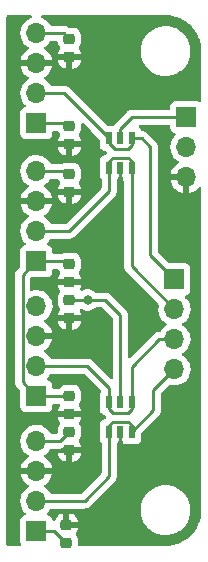
<source format=gtl>
%TF.GenerationSoftware,KiCad,Pcbnew,(6.0.0)*%
%TF.CreationDate,2022-03-13T19:19:56-04:00*%
%TF.ProjectId,4 GC port esd board (for wii mini),34204743-2070-46f7-9274-206573642062,rev?*%
%TF.SameCoordinates,Original*%
%TF.FileFunction,Copper,L1,Top*%
%TF.FilePolarity,Positive*%
%FSLAX46Y46*%
G04 Gerber Fmt 4.6, Leading zero omitted, Abs format (unit mm)*
G04 Created by KiCad (PCBNEW (6.0.0)) date 2022-03-13 19:19:56*
%MOMM*%
%LPD*%
G01*
G04 APERTURE LIST*
G04 Aperture macros list*
%AMRoundRect*
0 Rectangle with rounded corners*
0 $1 Rounding radius*
0 $2 $3 $4 $5 $6 $7 $8 $9 X,Y pos of 4 corners*
0 Add a 4 corners polygon primitive as box body*
4,1,4,$2,$3,$4,$5,$6,$7,$8,$9,$2,$3,0*
0 Add four circle primitives for the rounded corners*
1,1,$1+$1,$2,$3*
1,1,$1+$1,$4,$5*
1,1,$1+$1,$6,$7*
1,1,$1+$1,$8,$9*
0 Add four rect primitives between the rounded corners*
20,1,$1+$1,$2,$3,$4,$5,0*
20,1,$1+$1,$4,$5,$6,$7,0*
20,1,$1+$1,$6,$7,$8,$9,0*
20,1,$1+$1,$8,$9,$2,$3,0*%
G04 Aperture macros list end*
%TA.AperFunction,SMDPad,CuDef*%
%ADD10RoundRect,0.225000X-0.250000X0.225000X-0.250000X-0.225000X0.250000X-0.225000X0.250000X0.225000X0*%
%TD*%
%TA.AperFunction,ComponentPad*%
%ADD11R,1.700000X1.700000*%
%TD*%
%TA.AperFunction,ComponentPad*%
%ADD12O,1.700000X1.700000*%
%TD*%
%TA.AperFunction,SMDPad,CuDef*%
%ADD13RoundRect,0.225000X0.250000X-0.225000X0.250000X0.225000X-0.250000X0.225000X-0.250000X-0.225000X0*%
%TD*%
%TA.AperFunction,SMDPad,CuDef*%
%ADD14R,0.600000X1.100000*%
%TD*%
%TA.AperFunction,ViaPad*%
%ADD15C,0.800000*%
%TD*%
%TA.AperFunction,Conductor*%
%ADD16C,0.250000*%
%TD*%
G04 APERTURE END LIST*
D10*
%TO.P,C3,1*%
%TO.N,+5V*%
X104902000Y-79997000D03*
%TO.P,C3,2*%
%TO.N,GND*%
X104902000Y-81547000D03*
%TD*%
D11*
%TO.P,J3,1,Pin_1*%
%TO.N,+3V3*%
X102108000Y-87376000D03*
D12*
%TO.P,J3,2,Pin_2*%
%TO.N,Net-(D1-Pad1)*%
X102108000Y-84836000D03*
%TO.P,J3,3,Pin_3*%
%TO.N,GND*%
X102108000Y-82296000D03*
%TO.P,J3,4,Pin_4*%
%TO.N,+5V*%
X102108000Y-79756000D03*
%TD*%
D10*
%TO.P,C6,1*%
%TO.N,+3V3*%
X104902000Y-98793000D03*
%TO.P,C6,2*%
%TO.N,GND*%
X104902000Y-100343000D03*
%TD*%
D13*
%TO.P,C8,1*%
%TO.N,+3V3*%
X104648000Y-111265000D03*
%TO.P,C8,2*%
%TO.N,GND*%
X104648000Y-109715000D03*
%TD*%
D11*
%TO.P,J6,1,Pin_1*%
%TO.N,Net-(D1-Pad4)*%
X113792000Y-88910000D03*
D12*
%TO.P,J6,2,Pin_2*%
%TO.N,Net-(D1-Pad1)*%
X113792000Y-91450000D03*
%TO.P,J6,3,Pin_3*%
%TO.N,Net-(D2-Pad4)*%
X113792000Y-93990000D03*
%TO.P,J6,4,Pin_4*%
%TO.N,Net-(D2-Pad1)*%
X113792000Y-96530000D03*
%TD*%
D10*
%TO.P,C7,1*%
%TO.N,+5V*%
X104902000Y-101841000D03*
%TO.P,C7,2*%
%TO.N,GND*%
X104902000Y-103391000D03*
%TD*%
%TO.P,C2,1*%
%TO.N,+3V3*%
X104902000Y-75933000D03*
%TO.P,C2,2*%
%TO.N,GND*%
X104902000Y-77483000D03*
%TD*%
D11*
%TO.P,J1,1,Pin_1*%
%TO.N,+3V3*%
X102108000Y-110226000D03*
D12*
%TO.P,J1,2,Pin_2*%
%TO.N,Net-(D2-Pad1)*%
X102108000Y-107686000D03*
%TO.P,J1,3,Pin_3*%
%TO.N,GND*%
X102108000Y-105146000D03*
%TO.P,J1,4,Pin_4*%
%TO.N,+5V*%
X102108000Y-102606000D03*
%TD*%
D11*
%TO.P,J5,1,Pin_1*%
%TO.N,+5V*%
X114808000Y-75184000D03*
D12*
%TO.P,J5,2,Pin_2*%
%TO.N,+3V3*%
X114808000Y-77724000D03*
%TO.P,J5,3,Pin_3*%
%TO.N,GND*%
X114808000Y-80264000D03*
%TD*%
D11*
%TO.P,J4,1,Pin_1*%
%TO.N,+3V3*%
X102108000Y-98806000D03*
D12*
%TO.P,J4,2,Pin_2*%
%TO.N,Net-(D2-Pad4)*%
X102108000Y-96266000D03*
%TO.P,J4,3,Pin_3*%
%TO.N,GND*%
X102108000Y-93726000D03*
%TO.P,J4,4,Pin_4*%
%TO.N,+5V*%
X102108000Y-91186000D03*
%TD*%
D11*
%TO.P,J2,1,Pin_1*%
%TO.N,+3V3*%
X102108000Y-75692000D03*
D12*
%TO.P,J2,2,Pin_2*%
%TO.N,Net-(D1-Pad4)*%
X102108000Y-73152000D03*
%TO.P,J2,3,Pin_3*%
%TO.N,GND*%
X102108000Y-70612000D03*
%TO.P,J2,4,Pin_4*%
%TO.N,+5V*%
X102108000Y-68072000D03*
%TD*%
D10*
%TO.P,C5,1*%
%TO.N,+5V*%
X104902000Y-90665000D03*
%TO.P,C5,2*%
%TO.N,GND*%
X104902000Y-92215000D03*
%TD*%
D14*
%TO.P,D2,1*%
%TO.N,Net-(D2-Pad1)*%
X108270000Y-101834000D03*
%TO.P,D2,2*%
%TO.N,GND*%
X109220000Y-101834000D03*
%TO.P,D2,3*%
%TO.N,Net-(D2-Pad1)*%
X110170000Y-101834000D03*
%TO.P,D2,4*%
%TO.N,Net-(D2-Pad4)*%
X110170000Y-99334000D03*
%TO.P,D2,5*%
%TO.N,+5V*%
X109220000Y-99334000D03*
%TO.P,D2,6*%
%TO.N,Net-(D2-Pad4)*%
X108270000Y-99334000D03*
%TD*%
D10*
%TO.P,C4,1*%
%TO.N,+3V3*%
X104902000Y-87617000D03*
%TO.P,C4,2*%
%TO.N,GND*%
X104902000Y-89167000D03*
%TD*%
D14*
%TO.P,D1,1*%
%TO.N,Net-(D1-Pad1)*%
X108270000Y-79482000D03*
%TO.P,D1,2*%
%TO.N,GND*%
X109220000Y-79482000D03*
%TO.P,D1,3*%
%TO.N,Net-(D1-Pad1)*%
X110170000Y-79482000D03*
%TO.P,D1,4*%
%TO.N,Net-(D1-Pad4)*%
X110170000Y-76982000D03*
%TO.P,D1,5*%
%TO.N,+5V*%
X109220000Y-76982000D03*
%TO.P,D1,6*%
%TO.N,Net-(D1-Pad4)*%
X108270000Y-76982000D03*
%TD*%
D10*
%TO.P,C1,1*%
%TO.N,+5V*%
X104902000Y-68567000D03*
%TO.P,C1,2*%
%TO.N,GND*%
X104902000Y-70117000D03*
%TD*%
D15*
%TO.N,+5V*%
X106439000Y-90665000D03*
%TD*%
D16*
%TO.N,+5V*%
X102108000Y-68072000D02*
X104407000Y-68072000D01*
X109220000Y-76182000D02*
X110218000Y-75184000D01*
X107937000Y-90665000D02*
X106439000Y-90665000D01*
X104407000Y-68072000D02*
X104902000Y-68567000D01*
X109220000Y-76982000D02*
X109220000Y-76182000D01*
X104137000Y-102606000D02*
X104902000Y-101841000D01*
X109220000Y-91948000D02*
X107937000Y-90665000D01*
X102108000Y-79756000D02*
X104661000Y-79756000D01*
X109220000Y-99334000D02*
X109220000Y-91948000D01*
X102108000Y-102606000D02*
X104137000Y-102606000D01*
X110218000Y-75184000D02*
X114808000Y-75184000D01*
X104661000Y-79756000D02*
X104902000Y-79997000D01*
X106439000Y-90665000D02*
X104902000Y-90665000D01*
%TO.N,+3V3*%
X102108000Y-98806000D02*
X104889000Y-98806000D01*
X104661000Y-75692000D02*
X104902000Y-75933000D01*
X104889000Y-98806000D02*
X104902000Y-98793000D01*
X102108000Y-75692000D02*
X104661000Y-75692000D01*
X102108000Y-98806000D02*
X100933489Y-97631489D01*
X100933489Y-97631489D02*
X100933489Y-88550511D01*
X102108000Y-110226000D02*
X103609000Y-110226000D01*
X102108000Y-87376000D02*
X104661000Y-87376000D01*
X104661000Y-87376000D02*
X104902000Y-87617000D01*
X103609000Y-110226000D02*
X104648000Y-111265000D01*
X100933489Y-88550511D02*
X102108000Y-87376000D01*
%TO.N,Net-(D1-Pad1)*%
X110170000Y-78932978D02*
X110170000Y-79482000D01*
X113792000Y-91450000D02*
X110170000Y-87828000D01*
X108270000Y-78932978D02*
X108595489Y-78607489D01*
X108595489Y-78607489D02*
X109844511Y-78607489D01*
X108270000Y-81468000D02*
X108270000Y-79482000D01*
X108270000Y-79482000D02*
X108270000Y-78932978D01*
X102108000Y-84836000D02*
X104902000Y-84836000D01*
X110170000Y-87828000D02*
X110170000Y-79482000D01*
X109844511Y-78607489D02*
X110170000Y-78932978D01*
X104902000Y-84836000D02*
X108270000Y-81468000D01*
%TO.N,Net-(D1-Pad4)*%
X111018000Y-76982000D02*
X110170000Y-76982000D01*
X110170000Y-77531022D02*
X110170000Y-76982000D01*
X104440000Y-73152000D02*
X102108000Y-73152000D01*
X111760000Y-86878000D02*
X111760000Y-77724000D01*
X108270000Y-77398511D02*
X108270000Y-76982000D01*
X109844511Y-77856511D02*
X110170000Y-77531022D01*
X109087489Y-77856511D02*
X109844511Y-77856511D01*
X113792000Y-88910000D02*
X111760000Y-86878000D01*
X109087489Y-77856511D02*
X108728000Y-77856511D01*
X111760000Y-77724000D02*
X111018000Y-76982000D01*
X108728000Y-77856511D02*
X108270000Y-77398511D01*
X108270000Y-76982000D02*
X104440000Y-73152000D01*
%TO.N,Net-(D2-Pad1)*%
X112014000Y-98308000D02*
X112014000Y-99990000D01*
X108270000Y-101834000D02*
X108270000Y-101284978D01*
X109844511Y-100959489D02*
X110170000Y-101284978D01*
X108595489Y-100959489D02*
X109844511Y-100959489D01*
X113792000Y-96530000D02*
X112014000Y-98308000D01*
X108270000Y-101284978D02*
X108595489Y-100959489D01*
X112014000Y-99990000D02*
X110170000Y-101834000D01*
X110170000Y-101284978D02*
X110170000Y-101834000D01*
X102108000Y-107686000D02*
X106182000Y-107686000D01*
X106182000Y-107686000D02*
X108270000Y-105598000D01*
X108270000Y-105598000D02*
X108270000Y-101834000D01*
%TO.N,Net-(D2-Pad4)*%
X108270000Y-99334000D02*
X108270000Y-99883022D01*
X109844511Y-100208511D02*
X110170000Y-99883022D01*
X110170000Y-96332000D02*
X112512000Y-93990000D01*
X108595489Y-100208511D02*
X109844511Y-100208511D01*
X106426000Y-96266000D02*
X102108000Y-96266000D01*
X110170000Y-99883022D02*
X110170000Y-99334000D01*
X108270000Y-99883022D02*
X108595489Y-100208511D01*
X108270000Y-99334000D02*
X108270000Y-98110000D01*
X110170000Y-99334000D02*
X110170000Y-96332000D01*
X108270000Y-98110000D02*
X106426000Y-96266000D01*
X112512000Y-93990000D02*
X113792000Y-93990000D01*
%TD*%
%TA.AperFunction,Conductor*%
%TO.N,GND*%
G36*
X101674793Y-66568002D02*
G01*
X101721286Y-66621658D01*
X101731390Y-66691932D01*
X101701896Y-66756512D01*
X101645817Y-66793765D01*
X101579756Y-66815357D01*
X101381607Y-66918507D01*
X101377474Y-66921610D01*
X101377471Y-66921612D01*
X101331199Y-66956354D01*
X101202965Y-67052635D01*
X101048629Y-67214138D01*
X100922743Y-67398680D01*
X100884011Y-67482121D01*
X100834633Y-67588498D01*
X100828688Y-67601305D01*
X100768989Y-67816570D01*
X100745251Y-68038695D01*
X100745548Y-68043848D01*
X100745548Y-68043851D01*
X100754427Y-68197837D01*
X100758110Y-68261715D01*
X100759247Y-68266761D01*
X100759248Y-68266767D01*
X100765957Y-68296534D01*
X100807222Y-68479639D01*
X100891266Y-68686616D01*
X100893965Y-68691020D01*
X100987700Y-68843982D01*
X101007987Y-68877088D01*
X101154250Y-69045938D01*
X101326126Y-69188632D01*
X101380869Y-69220621D01*
X101399955Y-69231774D01*
X101448679Y-69283412D01*
X101461750Y-69353195D01*
X101435019Y-69418967D01*
X101394562Y-69452327D01*
X101386457Y-69456546D01*
X101377738Y-69462036D01*
X101207433Y-69589905D01*
X101199726Y-69596748D01*
X101052590Y-69750717D01*
X101046104Y-69758727D01*
X100926098Y-69934649D01*
X100921000Y-69943623D01*
X100831338Y-70136783D01*
X100827775Y-70146470D01*
X100772389Y-70346183D01*
X100773912Y-70354607D01*
X100786292Y-70358000D01*
X103426344Y-70358000D01*
X103439875Y-70354027D01*
X103441180Y-70344947D01*
X103399214Y-70177875D01*
X103395894Y-70168124D01*
X103310972Y-69972814D01*
X103306105Y-69963739D01*
X103190426Y-69784926D01*
X103184136Y-69776757D01*
X103040806Y-69619240D01*
X103033273Y-69612215D01*
X102866139Y-69480222D01*
X102857556Y-69474520D01*
X102820602Y-69454120D01*
X102770631Y-69403687D01*
X102755859Y-69334245D01*
X102780975Y-69267839D01*
X102808327Y-69241232D01*
X102837223Y-69220621D01*
X102987860Y-69113173D01*
X103146096Y-68955489D01*
X103155964Y-68941757D01*
X103273435Y-68778277D01*
X103276453Y-68774077D01*
X103278746Y-68769437D01*
X103280446Y-68766608D01*
X103332674Y-68718518D01*
X103388451Y-68705500D01*
X103792500Y-68705500D01*
X103860621Y-68725502D01*
X103907114Y-68779158D01*
X103918500Y-68831500D01*
X103918500Y-68840732D01*
X103929113Y-68943019D01*
X103931295Y-68949559D01*
X103980537Y-69097153D01*
X103983244Y-69105268D01*
X103987096Y-69111492D01*
X103987096Y-69111493D01*
X104061528Y-69231774D01*
X104073248Y-69250713D01*
X104078430Y-69255886D01*
X104082977Y-69261623D01*
X104081170Y-69263055D01*
X104109902Y-69315575D01*
X104104892Y-69386395D01*
X104081501Y-69422853D01*
X104082552Y-69423683D01*
X104069002Y-69440840D01*
X103986996Y-69573880D01*
X103980849Y-69587061D01*
X103931509Y-69735814D01*
X103928642Y-69749190D01*
X103919328Y-69840097D01*
X103919071Y-69845126D01*
X103923475Y-69860124D01*
X103924865Y-69861329D01*
X103932548Y-69863000D01*
X105866885Y-69863000D01*
X105882124Y-69858525D01*
X105883329Y-69857135D01*
X105885000Y-69849452D01*
X105885000Y-69846562D01*
X105884663Y-69840047D01*
X105875106Y-69747943D01*
X105872212Y-69734544D01*
X105870263Y-69728703D01*
X110920743Y-69728703D01*
X110958268Y-70013734D01*
X111034129Y-70291036D01*
X111035813Y-70294984D01*
X111122487Y-70498186D01*
X111146923Y-70555476D01*
X111294561Y-70802161D01*
X111474313Y-71026528D01*
X111682851Y-71224423D01*
X111916317Y-71392186D01*
X111920112Y-71394195D01*
X111920113Y-71394196D01*
X111941869Y-71405715D01*
X112170392Y-71526712D01*
X112440373Y-71625511D01*
X112721264Y-71686755D01*
X112749841Y-71689004D01*
X112944282Y-71704307D01*
X112944291Y-71704307D01*
X112946739Y-71704500D01*
X113102271Y-71704500D01*
X113104407Y-71704354D01*
X113104418Y-71704354D01*
X113312548Y-71690165D01*
X113312554Y-71690164D01*
X113316825Y-71689873D01*
X113321020Y-71689004D01*
X113321022Y-71689004D01*
X113513523Y-71649139D01*
X113598342Y-71631574D01*
X113869343Y-71535607D01*
X114124812Y-71403750D01*
X114128313Y-71401289D01*
X114128317Y-71401287D01*
X114259367Y-71309183D01*
X114360023Y-71238441D01*
X114438403Y-71165606D01*
X114567479Y-71045661D01*
X114567481Y-71045658D01*
X114570622Y-71042740D01*
X114752713Y-70820268D01*
X114902927Y-70575142D01*
X114989965Y-70376865D01*
X115016757Y-70315830D01*
X115018483Y-70311898D01*
X115097244Y-70035406D01*
X115137751Y-69750784D01*
X115137830Y-69735814D01*
X115139235Y-69467583D01*
X115139235Y-69467576D01*
X115139257Y-69463297D01*
X115136301Y-69440840D01*
X115112706Y-69261623D01*
X115101732Y-69178266D01*
X115025871Y-68900964D01*
X114934443Y-68686616D01*
X114914763Y-68640476D01*
X114914761Y-68640472D01*
X114913077Y-68636524D01*
X114765439Y-68389839D01*
X114585687Y-68165472D01*
X114377149Y-67967577D01*
X114143683Y-67799814D01*
X114121843Y-67788250D01*
X114073111Y-67762448D01*
X113889608Y-67665288D01*
X113735324Y-67608828D01*
X113623658Y-67567964D01*
X113623656Y-67567963D01*
X113619627Y-67566489D01*
X113338736Y-67505245D01*
X113303438Y-67502467D01*
X113115718Y-67487693D01*
X113115709Y-67487693D01*
X113113261Y-67487500D01*
X112957729Y-67487500D01*
X112955593Y-67487646D01*
X112955582Y-67487646D01*
X112747452Y-67501835D01*
X112747446Y-67501836D01*
X112743175Y-67502127D01*
X112738980Y-67502996D01*
X112738978Y-67502996D01*
X112645347Y-67522386D01*
X112461658Y-67560426D01*
X112190657Y-67656393D01*
X111935188Y-67788250D01*
X111931687Y-67790711D01*
X111931683Y-67790713D01*
X111887583Y-67821707D01*
X111699977Y-67953559D01*
X111684892Y-67967577D01*
X111572520Y-68072000D01*
X111489378Y-68149260D01*
X111307287Y-68371732D01*
X111157073Y-68616858D01*
X111041517Y-68880102D01*
X111040342Y-68884229D01*
X111040341Y-68884230D01*
X111016249Y-68968807D01*
X110962756Y-69156594D01*
X110922249Y-69441216D01*
X110922227Y-69445505D01*
X110922226Y-69445512D01*
X110920765Y-69724417D01*
X110920743Y-69728703D01*
X105870263Y-69728703D01*
X105822619Y-69585893D01*
X105816445Y-69572714D01*
X105734212Y-69439827D01*
X105720629Y-69422689D01*
X105722559Y-69421159D01*
X105694097Y-69369120D01*
X105699113Y-69298301D01*
X105722799Y-69261383D01*
X105721843Y-69260628D01*
X105726381Y-69254882D01*
X105731552Y-69249702D01*
X105749478Y-69220621D01*
X105817462Y-69110331D01*
X105817463Y-69110329D01*
X105821302Y-69104101D01*
X105875149Y-68941757D01*
X105885500Y-68840732D01*
X105885500Y-68293268D01*
X105874887Y-68190981D01*
X105837153Y-68077880D01*
X105823073Y-68035676D01*
X105823072Y-68035674D01*
X105820756Y-68028732D01*
X105772714Y-67951096D01*
X105734606Y-67889515D01*
X105730752Y-67883287D01*
X105609702Y-67762448D01*
X105464101Y-67672698D01*
X105301757Y-67618851D01*
X105294920Y-67618151D01*
X105294918Y-67618150D01*
X105253599Y-67613917D01*
X105200732Y-67608500D01*
X104888739Y-67608500D01*
X104820618Y-67588498D01*
X104802487Y-67574350D01*
X104788105Y-67560845D01*
X104788103Y-67560843D01*
X104782321Y-67555414D01*
X104775375Y-67551595D01*
X104775372Y-67551593D01*
X104764566Y-67545652D01*
X104748047Y-67534801D01*
X104747583Y-67534441D01*
X104732041Y-67522386D01*
X104724772Y-67519241D01*
X104724768Y-67519238D01*
X104691463Y-67504826D01*
X104680813Y-67499609D01*
X104642060Y-67478305D01*
X104622437Y-67473267D01*
X104603734Y-67466863D01*
X104592420Y-67461967D01*
X104592419Y-67461967D01*
X104585145Y-67458819D01*
X104577322Y-67457580D01*
X104577312Y-67457577D01*
X104541476Y-67451901D01*
X104529856Y-67449495D01*
X104494711Y-67440472D01*
X104494710Y-67440472D01*
X104487030Y-67438500D01*
X104466776Y-67438500D01*
X104447065Y-67436949D01*
X104434886Y-67435020D01*
X104427057Y-67433780D01*
X104419165Y-67434526D01*
X104383039Y-67437941D01*
X104371181Y-67438500D01*
X103384805Y-67438500D01*
X103316684Y-67418498D01*
X103279013Y-67380940D01*
X103190822Y-67244617D01*
X103190820Y-67244614D01*
X103188014Y-67240277D01*
X103037670Y-67075051D01*
X103033619Y-67071852D01*
X103033615Y-67071848D01*
X102866414Y-66939800D01*
X102866410Y-66939798D01*
X102862359Y-66936598D01*
X102666789Y-66828638D01*
X102661920Y-66826914D01*
X102661916Y-66826912D01*
X102565509Y-66792773D01*
X102507973Y-66751179D01*
X102482057Y-66685081D01*
X102495991Y-66615465D01*
X102545350Y-66564434D01*
X102607569Y-66548000D01*
X112980672Y-66548000D01*
X113000057Y-66549500D01*
X113014858Y-66551805D01*
X113014861Y-66551805D01*
X113023730Y-66553186D01*
X113032631Y-66552022D01*
X113032635Y-66552022D01*
X113042411Y-66550743D01*
X113065342Y-66549852D01*
X113342003Y-66564351D01*
X113355119Y-66565729D01*
X113657193Y-66613573D01*
X113670093Y-66616315D01*
X113952299Y-66691932D01*
X113965510Y-66695472D01*
X113978053Y-66699548D01*
X114263565Y-66809145D01*
X114275614Y-66814509D01*
X114548120Y-66953358D01*
X114559536Y-66959949D01*
X114816042Y-67126526D01*
X114826702Y-67134272D01*
X114962967Y-67244617D01*
X115064379Y-67326739D01*
X115074180Y-67335564D01*
X115290436Y-67551820D01*
X115299261Y-67561621D01*
X115490519Y-67797804D01*
X115491726Y-67799295D01*
X115499474Y-67809958D01*
X115651366Y-68043851D01*
X115666048Y-68066459D01*
X115672642Y-68077880D01*
X115811491Y-68350386D01*
X115816855Y-68362435D01*
X115926452Y-68647947D01*
X115930528Y-68660489D01*
X115942588Y-68705500D01*
X116009685Y-68955907D01*
X116012427Y-68968807D01*
X116046721Y-69185327D01*
X116060271Y-69270881D01*
X116061649Y-69283997D01*
X116074306Y-69525500D01*
X116075764Y-69553330D01*
X116074436Y-69579312D01*
X116074195Y-69580856D01*
X116074195Y-69580860D01*
X116072814Y-69589730D01*
X116073978Y-69598632D01*
X116073978Y-69598635D01*
X116076936Y-69621251D01*
X116078000Y-69637589D01*
X116078000Y-73767081D01*
X116057998Y-73835202D01*
X116004342Y-73881695D01*
X115934068Y-73891799D01*
X115905164Y-73882161D01*
X115904705Y-73883385D01*
X115768316Y-73832255D01*
X115706134Y-73825500D01*
X113909866Y-73825500D01*
X113847684Y-73832255D01*
X113711295Y-73883385D01*
X113594739Y-73970739D01*
X113507385Y-74087295D01*
X113456255Y-74223684D01*
X113449500Y-74285866D01*
X113449500Y-74424500D01*
X113429498Y-74492621D01*
X113375842Y-74539114D01*
X113323500Y-74550500D01*
X110296767Y-74550500D01*
X110285584Y-74549973D01*
X110278091Y-74548298D01*
X110270165Y-74548547D01*
X110270164Y-74548547D01*
X110210014Y-74550438D01*
X110206055Y-74550500D01*
X110178144Y-74550500D01*
X110174210Y-74550997D01*
X110174209Y-74550997D01*
X110174144Y-74551005D01*
X110162307Y-74551938D01*
X110130490Y-74552938D01*
X110126029Y-74553078D01*
X110118110Y-74553327D01*
X110100454Y-74558456D01*
X110098658Y-74558978D01*
X110079306Y-74562986D01*
X110072235Y-74563880D01*
X110059203Y-74565526D01*
X110051834Y-74568443D01*
X110051832Y-74568444D01*
X110018097Y-74581800D01*
X110006869Y-74585645D01*
X109964407Y-74597982D01*
X109957584Y-74602017D01*
X109957582Y-74602018D01*
X109946972Y-74608293D01*
X109929224Y-74616988D01*
X109910383Y-74624448D01*
X109903967Y-74629110D01*
X109903966Y-74629110D01*
X109874613Y-74650436D01*
X109864693Y-74656952D01*
X109833465Y-74675420D01*
X109833462Y-74675422D01*
X109826638Y-74679458D01*
X109812317Y-74693779D01*
X109797284Y-74706619D01*
X109780893Y-74718528D01*
X109775843Y-74724632D01*
X109775838Y-74724637D01*
X109752707Y-74752598D01*
X109744717Y-74761379D01*
X108827742Y-75678353D01*
X108819463Y-75685887D01*
X108812982Y-75690000D01*
X108775915Y-75729473D01*
X108766357Y-75739651D01*
X108763602Y-75742493D01*
X108743865Y-75762230D01*
X108741385Y-75765427D01*
X108733682Y-75774447D01*
X108703414Y-75806679D01*
X108699595Y-75813625D01*
X108699593Y-75813628D01*
X108693652Y-75824434D01*
X108682801Y-75840953D01*
X108670386Y-75856959D01*
X108668082Y-75862283D01*
X108616881Y-75910091D01*
X108560319Y-75923500D01*
X108159594Y-75923500D01*
X108091473Y-75903498D01*
X108070499Y-75886595D01*
X106517405Y-74333500D01*
X104943652Y-72759747D01*
X104936112Y-72751461D01*
X104932000Y-72744982D01*
X104882348Y-72698356D01*
X104879507Y-72695602D01*
X104859770Y-72675865D01*
X104856573Y-72673385D01*
X104847551Y-72665680D01*
X104821100Y-72640841D01*
X104815321Y-72635414D01*
X104808375Y-72631595D01*
X104808372Y-72631593D01*
X104797566Y-72625652D01*
X104781047Y-72614801D01*
X104780583Y-72614441D01*
X104765041Y-72602386D01*
X104757772Y-72599241D01*
X104757768Y-72599238D01*
X104724463Y-72584826D01*
X104713813Y-72579609D01*
X104675060Y-72558305D01*
X104655437Y-72553267D01*
X104636734Y-72546863D01*
X104625420Y-72541967D01*
X104625419Y-72541967D01*
X104618145Y-72538819D01*
X104610322Y-72537580D01*
X104610312Y-72537577D01*
X104574476Y-72531901D01*
X104562856Y-72529495D01*
X104527711Y-72520472D01*
X104527710Y-72520472D01*
X104520030Y-72518500D01*
X104499776Y-72518500D01*
X104480065Y-72516949D01*
X104467886Y-72515020D01*
X104460057Y-72513780D01*
X104452165Y-72514526D01*
X104416039Y-72517941D01*
X104404181Y-72518500D01*
X103384805Y-72518500D01*
X103316684Y-72498498D01*
X103279013Y-72460940D01*
X103190822Y-72324617D01*
X103190820Y-72324614D01*
X103188014Y-72320277D01*
X103037670Y-72155051D01*
X103033619Y-72151852D01*
X103033615Y-72151848D01*
X102866414Y-72019800D01*
X102866410Y-72019798D01*
X102862359Y-72016598D01*
X102820569Y-71993529D01*
X102770598Y-71943097D01*
X102755826Y-71873654D01*
X102780942Y-71807248D01*
X102808294Y-71780641D01*
X102983328Y-71655792D01*
X102991200Y-71649139D01*
X103142052Y-71498812D01*
X103148730Y-71490965D01*
X103273003Y-71318020D01*
X103278313Y-71309183D01*
X103372670Y-71118267D01*
X103376469Y-71108672D01*
X103438377Y-70904910D01*
X103440555Y-70894837D01*
X103441986Y-70883962D01*
X103439775Y-70869778D01*
X103426617Y-70866000D01*
X100791225Y-70866000D01*
X100777694Y-70869973D01*
X100776257Y-70879966D01*
X100806565Y-71014446D01*
X100809645Y-71024275D01*
X100889770Y-71221603D01*
X100894413Y-71230794D01*
X101005694Y-71412388D01*
X101011777Y-71420699D01*
X101151213Y-71581667D01*
X101158580Y-71588883D01*
X101322434Y-71724916D01*
X101330881Y-71730831D01*
X101399969Y-71771203D01*
X101448693Y-71822842D01*
X101461764Y-71892625D01*
X101435033Y-71958396D01*
X101394584Y-71991752D01*
X101381607Y-71998507D01*
X101377474Y-72001610D01*
X101377471Y-72001612D01*
X101353247Y-72019800D01*
X101202965Y-72132635D01*
X101048629Y-72294138D01*
X100922743Y-72478680D01*
X100884011Y-72562121D01*
X100847471Y-72640841D01*
X100828688Y-72681305D01*
X100768989Y-72896570D01*
X100745251Y-73118695D01*
X100758110Y-73341715D01*
X100759247Y-73346761D01*
X100759248Y-73346767D01*
X100783304Y-73453508D01*
X100807222Y-73559639D01*
X100891266Y-73766616D01*
X101007987Y-73957088D01*
X101154250Y-74125938D01*
X101158230Y-74129242D01*
X101162981Y-74133187D01*
X101202616Y-74192090D01*
X101204113Y-74263071D01*
X101166997Y-74323593D01*
X101126724Y-74348112D01*
X101011295Y-74391385D01*
X100894739Y-74478739D01*
X100807385Y-74595295D01*
X100756255Y-74731684D01*
X100749500Y-74793866D01*
X100749500Y-76590134D01*
X100756255Y-76652316D01*
X100807385Y-76788705D01*
X100894739Y-76905261D01*
X101011295Y-76992615D01*
X101147684Y-77043745D01*
X101209866Y-77050500D01*
X103006134Y-77050500D01*
X103068316Y-77043745D01*
X103204705Y-76992615D01*
X103321261Y-76905261D01*
X103408615Y-76788705D01*
X103459745Y-76652316D01*
X103466500Y-76590134D01*
X103466500Y-76451500D01*
X103486502Y-76383379D01*
X103540158Y-76336886D01*
X103592500Y-76325500D01*
X103843821Y-76325500D01*
X103911942Y-76345502D01*
X103958435Y-76399158D01*
X103963344Y-76411623D01*
X103980924Y-76464315D01*
X103983244Y-76471268D01*
X104073248Y-76616713D01*
X104078430Y-76621886D01*
X104082977Y-76627623D01*
X104081170Y-76629055D01*
X104109902Y-76681575D01*
X104104892Y-76752395D01*
X104081501Y-76788853D01*
X104082552Y-76789683D01*
X104069002Y-76806840D01*
X103986996Y-76939880D01*
X103980849Y-76953061D01*
X103931509Y-77101814D01*
X103928642Y-77115190D01*
X103919328Y-77206097D01*
X103919071Y-77211126D01*
X103923475Y-77226124D01*
X103924865Y-77227329D01*
X103932548Y-77229000D01*
X105866885Y-77229000D01*
X105882124Y-77224525D01*
X105883329Y-77223135D01*
X105885000Y-77215452D01*
X105885000Y-77212562D01*
X105884663Y-77206047D01*
X105875106Y-77113943D01*
X105872212Y-77100544D01*
X105822619Y-76951893D01*
X105816445Y-76938714D01*
X105734212Y-76805827D01*
X105720629Y-76788689D01*
X105722559Y-76787159D01*
X105694097Y-76735120D01*
X105699113Y-76664301D01*
X105722799Y-76627383D01*
X105721843Y-76626628D01*
X105726381Y-76620882D01*
X105731552Y-76615702D01*
X105735393Y-76609471D01*
X105817462Y-76476331D01*
X105817463Y-76476329D01*
X105821302Y-76470101D01*
X105875149Y-76307757D01*
X105877185Y-76287891D01*
X105885172Y-76209930D01*
X105885500Y-76206732D01*
X105885500Y-75797594D01*
X105905502Y-75729473D01*
X105959158Y-75682980D01*
X106029432Y-75672876D01*
X106094012Y-75702370D01*
X106100593Y-75708497D01*
X106764062Y-76371967D01*
X107424595Y-77032500D01*
X107458621Y-77094812D01*
X107461500Y-77121595D01*
X107461500Y-77580134D01*
X107468255Y-77642316D01*
X107519385Y-77778705D01*
X107606739Y-77895261D01*
X107723295Y-77982615D01*
X107859684Y-78033745D01*
X107921866Y-78040500D01*
X107962383Y-78040500D01*
X108030504Y-78060502D01*
X108076997Y-78114158D01*
X108087101Y-78184432D01*
X108057607Y-78249012D01*
X108051482Y-78255592D01*
X107973244Y-78333829D01*
X107906064Y-78401009D01*
X107858648Y-78427491D01*
X107859684Y-78430255D01*
X107723295Y-78481385D01*
X107606739Y-78568739D01*
X107519385Y-78685295D01*
X107468255Y-78821684D01*
X107461500Y-78883866D01*
X107461500Y-80080134D01*
X107468255Y-80142316D01*
X107519385Y-80278705D01*
X107540326Y-80306646D01*
X107606739Y-80395261D01*
X107605135Y-80396463D01*
X107633621Y-80448630D01*
X107636500Y-80475413D01*
X107636500Y-81153405D01*
X107616498Y-81221526D01*
X107599595Y-81242500D01*
X104676500Y-84165595D01*
X104614188Y-84199621D01*
X104587405Y-84202500D01*
X103384805Y-84202500D01*
X103316684Y-84182498D01*
X103279013Y-84144940D01*
X103190822Y-84008617D01*
X103190820Y-84008614D01*
X103188014Y-84004277D01*
X103037670Y-83839051D01*
X103033619Y-83835852D01*
X103033615Y-83835848D01*
X102866414Y-83703800D01*
X102866410Y-83703798D01*
X102862359Y-83700598D01*
X102820569Y-83677529D01*
X102770598Y-83627097D01*
X102755826Y-83557654D01*
X102780942Y-83491248D01*
X102808294Y-83464641D01*
X102983328Y-83339792D01*
X102991200Y-83333139D01*
X103142052Y-83182812D01*
X103148730Y-83174965D01*
X103273003Y-83002020D01*
X103278313Y-82993183D01*
X103372670Y-82802267D01*
X103376469Y-82792672D01*
X103438377Y-82588910D01*
X103440555Y-82578837D01*
X103441986Y-82567962D01*
X103439775Y-82553778D01*
X103426617Y-82550000D01*
X100791225Y-82550000D01*
X100777694Y-82553973D01*
X100776257Y-82563966D01*
X100806565Y-82698446D01*
X100809645Y-82708275D01*
X100889770Y-82905603D01*
X100894413Y-82914794D01*
X101005694Y-83096388D01*
X101011777Y-83104699D01*
X101151213Y-83265667D01*
X101158580Y-83272883D01*
X101322434Y-83408916D01*
X101330881Y-83414831D01*
X101399969Y-83455203D01*
X101448693Y-83506842D01*
X101461764Y-83576625D01*
X101435033Y-83642396D01*
X101394584Y-83675752D01*
X101381607Y-83682507D01*
X101377474Y-83685610D01*
X101377471Y-83685612D01*
X101353247Y-83703800D01*
X101202965Y-83816635D01*
X101048629Y-83978138D01*
X100922743Y-84162680D01*
X100828688Y-84365305D01*
X100768989Y-84580570D01*
X100745251Y-84802695D01*
X100758110Y-85025715D01*
X100759247Y-85030761D01*
X100759248Y-85030767D01*
X100783304Y-85137508D01*
X100807222Y-85243639D01*
X100867014Y-85390890D01*
X100884662Y-85434351D01*
X100891266Y-85450616D01*
X101007987Y-85641088D01*
X101154250Y-85809938D01*
X101158230Y-85813242D01*
X101162981Y-85817187D01*
X101202616Y-85876090D01*
X101204113Y-85947071D01*
X101166997Y-86007593D01*
X101126724Y-86032112D01*
X101011295Y-86075385D01*
X100894739Y-86162739D01*
X100807385Y-86279295D01*
X100756255Y-86415684D01*
X100749500Y-86477866D01*
X100749500Y-87786405D01*
X100729498Y-87854526D01*
X100712595Y-87875500D01*
X100541236Y-88046859D01*
X100532950Y-88054399D01*
X100526471Y-88058511D01*
X100521046Y-88064288D01*
X100479846Y-88108162D01*
X100477091Y-88111004D01*
X100457354Y-88130741D01*
X100454874Y-88133938D01*
X100447171Y-88142958D01*
X100416903Y-88175190D01*
X100413084Y-88182136D01*
X100413082Y-88182139D01*
X100407141Y-88192945D01*
X100396290Y-88209464D01*
X100383875Y-88225470D01*
X100380730Y-88232739D01*
X100380727Y-88232743D01*
X100366315Y-88266048D01*
X100361098Y-88276698D01*
X100339794Y-88315451D01*
X100337823Y-88323126D01*
X100337823Y-88323127D01*
X100334756Y-88335073D01*
X100328352Y-88353777D01*
X100320308Y-88372366D01*
X100319069Y-88380189D01*
X100319066Y-88380199D01*
X100313390Y-88416035D01*
X100310984Y-88427655D01*
X100301961Y-88462800D01*
X100299989Y-88470481D01*
X100299989Y-88490735D01*
X100298438Y-88510445D01*
X100295269Y-88530454D01*
X100296015Y-88538346D01*
X100299430Y-88574472D01*
X100299989Y-88586330D01*
X100299989Y-97552722D01*
X100299462Y-97563905D01*
X100297787Y-97571398D01*
X100298036Y-97579324D01*
X100298036Y-97579325D01*
X100299927Y-97639475D01*
X100299989Y-97643434D01*
X100299989Y-97671345D01*
X100300486Y-97675279D01*
X100300486Y-97675280D01*
X100300494Y-97675345D01*
X100301427Y-97687182D01*
X100302816Y-97731378D01*
X100308467Y-97750828D01*
X100312476Y-97770189D01*
X100315015Y-97790286D01*
X100317934Y-97797657D01*
X100317934Y-97797659D01*
X100331293Y-97831401D01*
X100335138Y-97842631D01*
X100345260Y-97877472D01*
X100347471Y-97885082D01*
X100351504Y-97891901D01*
X100351506Y-97891906D01*
X100357782Y-97902517D01*
X100366477Y-97920265D01*
X100373937Y-97939106D01*
X100378599Y-97945522D01*
X100378599Y-97945523D01*
X100399925Y-97974876D01*
X100406441Y-97984796D01*
X100412139Y-97994430D01*
X100428947Y-98022851D01*
X100443268Y-98037172D01*
X100456108Y-98052205D01*
X100468017Y-98068596D01*
X100474123Y-98073647D01*
X100502094Y-98096787D01*
X100510873Y-98104777D01*
X100712595Y-98306499D01*
X100746621Y-98368811D01*
X100749500Y-98395594D01*
X100749500Y-99704134D01*
X100756255Y-99766316D01*
X100807385Y-99902705D01*
X100894739Y-100019261D01*
X101011295Y-100106615D01*
X101147684Y-100157745D01*
X101209866Y-100164500D01*
X103006134Y-100164500D01*
X103068316Y-100157745D01*
X103204705Y-100106615D01*
X103321261Y-100019261D01*
X103408615Y-99902705D01*
X103459745Y-99766316D01*
X103466500Y-99704134D01*
X103466500Y-99565500D01*
X103486502Y-99497379D01*
X103540158Y-99450886D01*
X103592500Y-99439500D01*
X103983924Y-99439500D01*
X104052045Y-99459502D01*
X104072214Y-99477765D01*
X104073256Y-99476721D01*
X104075828Y-99479289D01*
X104077724Y-99482754D01*
X104082662Y-99487226D01*
X104082968Y-99487612D01*
X104081164Y-99489042D01*
X104109902Y-99541575D01*
X104104892Y-99612395D01*
X104081501Y-99648853D01*
X104082552Y-99649683D01*
X104069002Y-99666840D01*
X103986996Y-99799880D01*
X103980849Y-99813061D01*
X103931509Y-99961814D01*
X103928642Y-99975190D01*
X103919328Y-100066097D01*
X103919071Y-100071126D01*
X103923475Y-100086124D01*
X103924865Y-100087329D01*
X103932548Y-100089000D01*
X105866885Y-100089000D01*
X105882124Y-100084525D01*
X105883329Y-100083135D01*
X105885000Y-100075452D01*
X105885000Y-100072562D01*
X105884663Y-100066047D01*
X105875106Y-99973943D01*
X105872212Y-99960544D01*
X105822619Y-99811893D01*
X105816445Y-99798714D01*
X105734212Y-99665827D01*
X105720629Y-99648689D01*
X105722559Y-99647159D01*
X105694097Y-99595120D01*
X105699113Y-99524301D01*
X105722799Y-99487383D01*
X105721843Y-99486628D01*
X105726381Y-99480882D01*
X105731552Y-99475702D01*
X105821302Y-99330101D01*
X105875149Y-99167757D01*
X105885500Y-99066732D01*
X105885500Y-98519268D01*
X105874887Y-98416981D01*
X105858335Y-98367370D01*
X105823073Y-98261676D01*
X105823072Y-98261674D01*
X105820756Y-98254732D01*
X105730752Y-98109287D01*
X105609702Y-97988448D01*
X105600797Y-97982959D01*
X105470331Y-97902538D01*
X105470329Y-97902537D01*
X105464101Y-97898698D01*
X105301757Y-97844851D01*
X105294920Y-97844151D01*
X105294918Y-97844150D01*
X105244944Y-97839030D01*
X105200732Y-97834500D01*
X104603268Y-97834500D01*
X104600022Y-97834837D01*
X104600018Y-97834837D01*
X104566789Y-97838285D01*
X104500981Y-97845113D01*
X104494440Y-97847295D01*
X104494441Y-97847295D01*
X104345676Y-97896927D01*
X104345674Y-97896928D01*
X104338732Y-97899244D01*
X104332508Y-97903096D01*
X104332507Y-97903096D01*
X104274316Y-97939106D01*
X104193287Y-97989248D01*
X104072448Y-98110298D01*
X104068607Y-98116529D01*
X104064070Y-98122274D01*
X104062056Y-98120683D01*
X104018241Y-98160112D01*
X103963759Y-98172500D01*
X103592500Y-98172500D01*
X103524379Y-98152498D01*
X103477886Y-98098842D01*
X103466500Y-98046500D01*
X103466500Y-97907866D01*
X103459745Y-97845684D01*
X103408615Y-97709295D01*
X103321261Y-97592739D01*
X103204705Y-97505385D01*
X103192132Y-97500672D01*
X103086203Y-97460960D01*
X103029439Y-97418318D01*
X103004739Y-97351756D01*
X103019947Y-97282408D01*
X103041493Y-97253727D01*
X103142435Y-97153137D01*
X103146096Y-97149489D01*
X103276453Y-96968077D01*
X103278746Y-96963437D01*
X103280446Y-96960608D01*
X103332674Y-96912518D01*
X103388451Y-96899500D01*
X106111406Y-96899500D01*
X106179527Y-96919502D01*
X106200501Y-96936405D01*
X107562951Y-98298856D01*
X107596976Y-98361166D01*
X107591911Y-98431981D01*
X107574681Y-98463513D01*
X107519385Y-98537295D01*
X107468255Y-98673684D01*
X107461500Y-98735866D01*
X107461500Y-99932134D01*
X107468255Y-99994316D01*
X107519385Y-100130705D01*
X107606739Y-100247261D01*
X107723295Y-100334615D01*
X107731703Y-100337767D01*
X107859684Y-100385745D01*
X107858652Y-100388497D01*
X107906065Y-100414992D01*
X107954986Y-100463912D01*
X107985979Y-100494905D01*
X108020003Y-100557216D01*
X108014939Y-100628032D01*
X107985978Y-100673095D01*
X107906066Y-100753007D01*
X107858651Y-100779499D01*
X107859684Y-100782255D01*
X107723295Y-100833385D01*
X107606739Y-100920739D01*
X107519385Y-101037295D01*
X107468255Y-101173684D01*
X107461500Y-101235866D01*
X107461500Y-102432134D01*
X107468255Y-102494316D01*
X107519385Y-102630705D01*
X107581682Y-102713827D01*
X107606739Y-102747261D01*
X107605135Y-102748463D01*
X107633621Y-102800630D01*
X107636500Y-102827413D01*
X107636500Y-105283406D01*
X107616498Y-105351527D01*
X107599595Y-105372501D01*
X105956500Y-107015595D01*
X105894188Y-107049621D01*
X105867405Y-107052500D01*
X103384805Y-107052500D01*
X103316684Y-107032498D01*
X103279013Y-106994940D01*
X103190822Y-106858617D01*
X103190820Y-106858614D01*
X103188014Y-106854277D01*
X103037670Y-106689051D01*
X103033619Y-106685852D01*
X103033615Y-106685848D01*
X102866414Y-106553800D01*
X102866410Y-106553798D01*
X102862359Y-106550598D01*
X102820569Y-106527529D01*
X102770598Y-106477097D01*
X102755826Y-106407654D01*
X102780942Y-106341248D01*
X102808294Y-106314641D01*
X102983328Y-106189792D01*
X102991200Y-106183139D01*
X103142052Y-106032812D01*
X103148730Y-106024965D01*
X103273003Y-105852020D01*
X103278313Y-105843183D01*
X103372670Y-105652267D01*
X103376469Y-105642672D01*
X103438377Y-105438910D01*
X103440555Y-105428837D01*
X103441986Y-105417962D01*
X103439775Y-105403778D01*
X103426617Y-105400000D01*
X100791225Y-105400000D01*
X100777694Y-105403973D01*
X100776257Y-105413966D01*
X100806565Y-105548446D01*
X100809645Y-105558275D01*
X100889770Y-105755603D01*
X100894413Y-105764794D01*
X101005694Y-105946388D01*
X101011777Y-105954699D01*
X101151213Y-106115667D01*
X101158580Y-106122883D01*
X101322434Y-106258916D01*
X101330881Y-106264831D01*
X101399969Y-106305203D01*
X101448693Y-106356842D01*
X101461764Y-106426625D01*
X101435033Y-106492396D01*
X101394584Y-106525752D01*
X101381607Y-106532507D01*
X101377474Y-106535610D01*
X101377471Y-106535612D01*
X101221507Y-106652713D01*
X101202965Y-106666635D01*
X101048629Y-106828138D01*
X100922743Y-107012680D01*
X100828688Y-107215305D01*
X100768989Y-107430570D01*
X100745251Y-107652695D01*
X100745548Y-107657848D01*
X100745548Y-107657851D01*
X100757812Y-107870547D01*
X100758110Y-107875715D01*
X100759247Y-107880761D01*
X100759248Y-107880767D01*
X100783304Y-107987508D01*
X100807222Y-108093639D01*
X100867014Y-108240890D01*
X100884662Y-108284351D01*
X100891266Y-108300616D01*
X100909017Y-108329583D01*
X100995395Y-108470539D01*
X101007987Y-108491088D01*
X101154250Y-108659938D01*
X101158230Y-108663242D01*
X101162981Y-108667187D01*
X101202616Y-108726090D01*
X101204113Y-108797071D01*
X101166997Y-108857593D01*
X101126725Y-108882112D01*
X101058235Y-108907788D01*
X101011295Y-108925385D01*
X100894739Y-109012739D01*
X100807385Y-109129295D01*
X100756255Y-109265684D01*
X100749500Y-109327866D01*
X100749500Y-111124134D01*
X100756255Y-111186316D01*
X100807385Y-111322705D01*
X100807941Y-111323447D01*
X100822245Y-111388848D01*
X100797509Y-111455396D01*
X100740720Y-111498006D01*
X100696556Y-111506000D01*
X99694000Y-111506000D01*
X99625879Y-111485998D01*
X99579386Y-111432342D01*
X99568000Y-111380000D01*
X99568000Y-102572695D01*
X100745251Y-102572695D01*
X100745548Y-102577848D01*
X100745548Y-102577851D01*
X100755626Y-102752642D01*
X100758110Y-102795715D01*
X100759247Y-102800761D01*
X100759248Y-102800767D01*
X100778487Y-102886135D01*
X100807222Y-103013639D01*
X100837907Y-103089207D01*
X100884662Y-103204351D01*
X100891266Y-103220616D01*
X101007987Y-103411088D01*
X101154250Y-103579938D01*
X101326126Y-103722632D01*
X101399955Y-103765774D01*
X101448679Y-103817412D01*
X101461750Y-103887195D01*
X101435019Y-103952967D01*
X101394562Y-103986327D01*
X101386457Y-103990546D01*
X101377738Y-103996036D01*
X101207433Y-104123905D01*
X101199726Y-104130748D01*
X101052590Y-104284717D01*
X101046104Y-104292727D01*
X100926098Y-104468649D01*
X100921000Y-104477623D01*
X100831338Y-104670783D01*
X100827775Y-104680470D01*
X100772389Y-104880183D01*
X100773912Y-104888607D01*
X100786292Y-104892000D01*
X103426344Y-104892000D01*
X103439875Y-104888027D01*
X103441180Y-104878947D01*
X103399214Y-104711875D01*
X103395894Y-104702124D01*
X103310972Y-104506814D01*
X103306105Y-104497739D01*
X103190426Y-104318926D01*
X103184136Y-104310757D01*
X103040806Y-104153240D01*
X103033273Y-104146215D01*
X102866139Y-104014222D01*
X102857556Y-104008520D01*
X102820602Y-103988120D01*
X102770631Y-103937687D01*
X102755859Y-103868245D01*
X102780975Y-103801839D01*
X102808327Y-103775232D01*
X102831797Y-103758491D01*
X102967861Y-103661438D01*
X103919000Y-103661438D01*
X103919337Y-103667953D01*
X103928894Y-103760057D01*
X103931788Y-103773456D01*
X103981381Y-103922107D01*
X103987555Y-103935286D01*
X104069788Y-104068173D01*
X104078824Y-104079574D01*
X104189429Y-104189986D01*
X104200840Y-104198998D01*
X104333880Y-104281004D01*
X104347061Y-104287151D01*
X104495814Y-104336491D01*
X104509190Y-104339358D01*
X104600097Y-104348672D01*
X104606513Y-104349000D01*
X104629885Y-104349000D01*
X104645124Y-104344525D01*
X104646329Y-104343135D01*
X104648000Y-104335452D01*
X104648000Y-104330885D01*
X105156000Y-104330885D01*
X105160475Y-104346124D01*
X105161865Y-104347329D01*
X105169548Y-104349000D01*
X105197438Y-104349000D01*
X105203953Y-104348663D01*
X105296057Y-104339106D01*
X105309456Y-104336212D01*
X105458107Y-104286619D01*
X105471286Y-104280445D01*
X105604173Y-104198212D01*
X105615574Y-104189176D01*
X105725986Y-104078571D01*
X105734998Y-104067160D01*
X105817004Y-103934120D01*
X105823151Y-103920939D01*
X105872491Y-103772186D01*
X105875358Y-103758810D01*
X105884672Y-103667903D01*
X105884929Y-103662874D01*
X105880525Y-103647876D01*
X105879135Y-103646671D01*
X105871452Y-103645000D01*
X105174115Y-103645000D01*
X105158876Y-103649475D01*
X105157671Y-103650865D01*
X105156000Y-103658548D01*
X105156000Y-104330885D01*
X104648000Y-104330885D01*
X104648000Y-103663115D01*
X104643525Y-103647876D01*
X104642135Y-103646671D01*
X104634452Y-103645000D01*
X103937115Y-103645000D01*
X103921876Y-103649475D01*
X103920671Y-103650865D01*
X103919000Y-103658548D01*
X103919000Y-103661438D01*
X102967861Y-103661438D01*
X102987860Y-103647173D01*
X103146096Y-103489489D01*
X103205594Y-103406689D01*
X103273435Y-103312277D01*
X103276453Y-103308077D01*
X103278746Y-103303437D01*
X103280446Y-103300608D01*
X103332674Y-103252518D01*
X103388451Y-103239500D01*
X104058233Y-103239500D01*
X104069416Y-103240027D01*
X104076909Y-103241702D01*
X104084835Y-103241453D01*
X104084836Y-103241453D01*
X104144986Y-103239562D01*
X104148945Y-103239500D01*
X104176856Y-103239500D01*
X104180791Y-103239003D01*
X104180856Y-103238995D01*
X104192693Y-103238062D01*
X104224951Y-103237048D01*
X104228970Y-103236922D01*
X104236889Y-103236673D01*
X104256343Y-103231021D01*
X104275700Y-103227013D01*
X104287930Y-103225468D01*
X104287931Y-103225468D01*
X104295797Y-103224474D01*
X104303168Y-103221555D01*
X104303170Y-103221555D01*
X104336912Y-103208196D01*
X104348142Y-103204351D01*
X104382983Y-103194229D01*
X104382984Y-103194229D01*
X104390593Y-103192018D01*
X104397412Y-103187985D01*
X104397417Y-103187983D01*
X104408028Y-103181707D01*
X104425776Y-103173012D01*
X104444617Y-103165552D01*
X104451035Y-103160889D01*
X104457979Y-103157072D01*
X104458751Y-103158477D01*
X104524856Y-103137000D01*
X105866885Y-103137000D01*
X105882124Y-103132525D01*
X105883329Y-103131135D01*
X105885000Y-103123452D01*
X105885000Y-103120562D01*
X105884663Y-103114047D01*
X105875106Y-103021943D01*
X105872212Y-103008544D01*
X105822619Y-102859893D01*
X105816445Y-102846714D01*
X105734212Y-102713827D01*
X105720629Y-102696689D01*
X105722559Y-102695159D01*
X105694097Y-102643120D01*
X105699113Y-102572301D01*
X105722799Y-102535383D01*
X105721843Y-102534628D01*
X105726381Y-102528882D01*
X105731552Y-102523702D01*
X105749666Y-102494316D01*
X105817462Y-102384331D01*
X105817463Y-102384329D01*
X105821302Y-102378101D01*
X105875149Y-102215757D01*
X105885500Y-102114732D01*
X105885500Y-101567268D01*
X105874887Y-101464981D01*
X105841576Y-101365137D01*
X105823073Y-101309676D01*
X105823072Y-101309674D01*
X105820756Y-101302732D01*
X105731162Y-101157949D01*
X105712324Y-101089498D01*
X105732150Y-101026003D01*
X105731157Y-101025391D01*
X105817004Y-100886120D01*
X105823151Y-100872939D01*
X105872491Y-100724186D01*
X105875358Y-100710810D01*
X105884672Y-100619903D01*
X105884929Y-100614874D01*
X105880525Y-100599876D01*
X105879135Y-100598671D01*
X105871452Y-100597000D01*
X103937115Y-100597000D01*
X103921876Y-100601475D01*
X103920671Y-100602865D01*
X103919000Y-100610548D01*
X103919000Y-100613438D01*
X103919337Y-100619953D01*
X103928894Y-100712057D01*
X103931788Y-100725456D01*
X103981381Y-100874107D01*
X103987555Y-100887286D01*
X104072885Y-101025178D01*
X104091723Y-101093630D01*
X104071679Y-101157824D01*
X104072448Y-101158298D01*
X104070390Y-101161636D01*
X104070389Y-101161638D01*
X103987255Y-101296507D01*
X103982698Y-101303899D01*
X103928851Y-101466243D01*
X103928151Y-101473080D01*
X103928150Y-101473082D01*
X103923917Y-101514401D01*
X103918500Y-101567268D01*
X103918500Y-101846500D01*
X103898498Y-101914621D01*
X103844842Y-101961114D01*
X103792500Y-101972500D01*
X103384805Y-101972500D01*
X103316684Y-101952498D01*
X103279013Y-101914940D01*
X103190822Y-101778617D01*
X103190820Y-101778614D01*
X103188014Y-101774277D01*
X103037670Y-101609051D01*
X103033619Y-101605852D01*
X103033615Y-101605848D01*
X102866414Y-101473800D01*
X102866410Y-101473798D01*
X102862359Y-101470598D01*
X102666789Y-101362638D01*
X102661920Y-101360914D01*
X102661916Y-101360912D01*
X102461087Y-101289795D01*
X102461083Y-101289794D01*
X102456212Y-101288069D01*
X102451119Y-101287162D01*
X102451116Y-101287161D01*
X102241373Y-101249800D01*
X102241367Y-101249799D01*
X102236284Y-101248894D01*
X102162452Y-101247992D01*
X102018081Y-101246228D01*
X102018079Y-101246228D01*
X102012911Y-101246165D01*
X101792091Y-101279955D01*
X101579756Y-101349357D01*
X101381607Y-101452507D01*
X101377474Y-101455610D01*
X101377471Y-101455612D01*
X101207100Y-101583530D01*
X101202965Y-101586635D01*
X101048629Y-101748138D01*
X100922743Y-101932680D01*
X100875716Y-102033992D01*
X100838238Y-102114732D01*
X100828688Y-102135305D01*
X100768989Y-102350570D01*
X100745251Y-102572695D01*
X99568000Y-102572695D01*
X99568000Y-79722695D01*
X100745251Y-79722695D01*
X100745548Y-79727848D01*
X100745548Y-79727851D01*
X100749620Y-79798470D01*
X100758110Y-79945715D01*
X100759247Y-79950761D01*
X100759248Y-79950767D01*
X100769934Y-79998183D01*
X100807222Y-80163639D01*
X100891266Y-80370616D01*
X100907105Y-80396463D01*
X100992684Y-80536115D01*
X101007987Y-80561088D01*
X101154250Y-80729938D01*
X101326126Y-80872632D01*
X101357142Y-80890756D01*
X101399955Y-80915774D01*
X101448679Y-80967412D01*
X101461750Y-81037195D01*
X101435019Y-81102967D01*
X101394562Y-81136327D01*
X101386457Y-81140546D01*
X101377738Y-81146036D01*
X101207433Y-81273905D01*
X101199726Y-81280748D01*
X101052590Y-81434717D01*
X101046104Y-81442727D01*
X100926098Y-81618649D01*
X100921000Y-81627623D01*
X100831338Y-81820783D01*
X100827775Y-81830470D01*
X100772389Y-82030183D01*
X100773912Y-82038607D01*
X100786292Y-82042000D01*
X103426344Y-82042000D01*
X103439875Y-82038027D01*
X103441180Y-82028947D01*
X103399214Y-81861875D01*
X103395894Y-81852124D01*
X103380812Y-81817438D01*
X103919000Y-81817438D01*
X103919337Y-81823953D01*
X103928894Y-81916057D01*
X103931788Y-81929456D01*
X103981381Y-82078107D01*
X103987555Y-82091286D01*
X104069788Y-82224173D01*
X104078824Y-82235574D01*
X104189429Y-82345986D01*
X104200840Y-82354998D01*
X104333880Y-82437004D01*
X104347061Y-82443151D01*
X104495814Y-82492491D01*
X104509190Y-82495358D01*
X104600097Y-82504672D01*
X104606513Y-82505000D01*
X104629885Y-82505000D01*
X104645124Y-82500525D01*
X104646329Y-82499135D01*
X104648000Y-82491452D01*
X104648000Y-82486885D01*
X105156000Y-82486885D01*
X105160475Y-82502124D01*
X105161865Y-82503329D01*
X105169548Y-82505000D01*
X105197438Y-82505000D01*
X105203953Y-82504663D01*
X105296057Y-82495106D01*
X105309456Y-82492212D01*
X105458107Y-82442619D01*
X105471286Y-82436445D01*
X105604173Y-82354212D01*
X105615574Y-82345176D01*
X105725986Y-82234571D01*
X105734998Y-82223160D01*
X105817004Y-82090120D01*
X105823151Y-82076939D01*
X105872491Y-81928186D01*
X105875358Y-81914810D01*
X105884672Y-81823903D01*
X105884929Y-81818874D01*
X105880525Y-81803876D01*
X105879135Y-81802671D01*
X105871452Y-81801000D01*
X105174115Y-81801000D01*
X105158876Y-81805475D01*
X105157671Y-81806865D01*
X105156000Y-81814548D01*
X105156000Y-82486885D01*
X104648000Y-82486885D01*
X104648000Y-81819115D01*
X104643525Y-81803876D01*
X104642135Y-81802671D01*
X104634452Y-81801000D01*
X103937115Y-81801000D01*
X103921876Y-81805475D01*
X103920671Y-81806865D01*
X103919000Y-81814548D01*
X103919000Y-81817438D01*
X103380812Y-81817438D01*
X103310972Y-81656814D01*
X103306105Y-81647739D01*
X103190426Y-81468926D01*
X103184136Y-81460757D01*
X103040806Y-81303240D01*
X103033273Y-81296215D01*
X102866139Y-81164222D01*
X102857556Y-81158520D01*
X102820602Y-81138120D01*
X102770631Y-81087687D01*
X102755859Y-81018245D01*
X102780975Y-80951839D01*
X102808327Y-80925232D01*
X102867823Y-80882794D01*
X102987860Y-80797173D01*
X103146096Y-80639489D01*
X103205594Y-80556689D01*
X103273435Y-80462277D01*
X103276453Y-80458077D01*
X103278746Y-80453437D01*
X103280446Y-80450608D01*
X103332674Y-80402518D01*
X103388451Y-80389500D01*
X103843821Y-80389500D01*
X103911942Y-80409502D01*
X103958435Y-80463158D01*
X103963344Y-80475623D01*
X103980924Y-80528315D01*
X103983244Y-80535268D01*
X104073248Y-80680713D01*
X104078430Y-80685886D01*
X104082977Y-80691623D01*
X104081170Y-80693055D01*
X104109902Y-80745575D01*
X104104892Y-80816395D01*
X104081501Y-80852853D01*
X104082552Y-80853683D01*
X104069002Y-80870840D01*
X103986996Y-81003880D01*
X103980849Y-81017061D01*
X103931509Y-81165814D01*
X103928642Y-81179190D01*
X103919328Y-81270097D01*
X103919071Y-81275126D01*
X103923475Y-81290124D01*
X103924865Y-81291329D01*
X103932548Y-81293000D01*
X105866885Y-81293000D01*
X105882124Y-81288525D01*
X105883329Y-81287135D01*
X105885000Y-81279452D01*
X105885000Y-81276562D01*
X105884663Y-81270047D01*
X105875106Y-81177943D01*
X105872212Y-81164544D01*
X105822619Y-81015893D01*
X105816445Y-81002714D01*
X105734212Y-80869827D01*
X105720629Y-80852689D01*
X105722559Y-80851159D01*
X105694097Y-80799120D01*
X105699113Y-80728301D01*
X105722799Y-80691383D01*
X105721843Y-80690628D01*
X105726381Y-80684882D01*
X105731552Y-80679702D01*
X105821302Y-80534101D01*
X105875149Y-80371757D01*
X105885500Y-80270732D01*
X105885500Y-79723268D01*
X105874887Y-79620981D01*
X105836428Y-79505707D01*
X105823073Y-79465676D01*
X105823072Y-79465674D01*
X105820756Y-79458732D01*
X105809684Y-79440839D01*
X105734606Y-79319515D01*
X105730752Y-79313287D01*
X105609702Y-79192448D01*
X105511998Y-79132222D01*
X105470331Y-79106538D01*
X105470329Y-79106537D01*
X105464101Y-79102698D01*
X105301757Y-79048851D01*
X105294920Y-79048151D01*
X105294918Y-79048150D01*
X105253599Y-79043917D01*
X105200732Y-79038500D01*
X104603268Y-79038500D01*
X104600022Y-79038837D01*
X104600018Y-79038837D01*
X104565917Y-79042375D01*
X104500981Y-79049113D01*
X104476238Y-79057368D01*
X104345676Y-79100927D01*
X104345674Y-79100928D01*
X104338732Y-79103244D01*
X104332508Y-79107096D01*
X104325879Y-79110201D01*
X104324600Y-79107471D01*
X104271783Y-79122500D01*
X103384805Y-79122500D01*
X103316684Y-79102498D01*
X103279013Y-79064940D01*
X103190822Y-78928617D01*
X103190820Y-78928614D01*
X103188014Y-78924277D01*
X103037670Y-78759051D01*
X103033619Y-78755852D01*
X103033615Y-78755848D01*
X102866414Y-78623800D01*
X102866410Y-78623798D01*
X102862359Y-78620598D01*
X102845221Y-78611137D01*
X102758668Y-78563358D01*
X102666789Y-78512638D01*
X102661920Y-78510914D01*
X102661916Y-78510912D01*
X102461087Y-78439795D01*
X102461083Y-78439794D01*
X102456212Y-78438069D01*
X102451119Y-78437162D01*
X102451116Y-78437161D01*
X102241373Y-78399800D01*
X102241367Y-78399799D01*
X102236284Y-78398894D01*
X102162452Y-78397992D01*
X102018081Y-78396228D01*
X102018079Y-78396228D01*
X102012911Y-78396165D01*
X101792091Y-78429955D01*
X101579756Y-78499357D01*
X101549443Y-78515137D01*
X101387668Y-78599352D01*
X101381607Y-78602507D01*
X101377474Y-78605610D01*
X101377471Y-78605612D01*
X101207100Y-78733530D01*
X101202965Y-78736635D01*
X101137346Y-78805301D01*
X101062356Y-78883774D01*
X101048629Y-78898138D01*
X101045715Y-78902410D01*
X101045714Y-78902411D01*
X101033404Y-78920457D01*
X100922743Y-79082680D01*
X100875716Y-79183992D01*
X100835217Y-79271240D01*
X100828688Y-79285305D01*
X100768989Y-79500570D01*
X100745251Y-79722695D01*
X99568000Y-79722695D01*
X99568000Y-77753438D01*
X103919000Y-77753438D01*
X103919337Y-77759953D01*
X103928894Y-77852057D01*
X103931788Y-77865456D01*
X103981381Y-78014107D01*
X103987555Y-78027286D01*
X104069788Y-78160173D01*
X104078824Y-78171574D01*
X104189429Y-78281986D01*
X104200840Y-78290998D01*
X104333880Y-78373004D01*
X104347061Y-78379151D01*
X104495814Y-78428491D01*
X104509190Y-78431358D01*
X104600097Y-78440672D01*
X104606513Y-78441000D01*
X104629885Y-78441000D01*
X104645124Y-78436525D01*
X104646329Y-78435135D01*
X104648000Y-78427452D01*
X104648000Y-78422885D01*
X105156000Y-78422885D01*
X105160475Y-78438124D01*
X105161865Y-78439329D01*
X105169548Y-78441000D01*
X105197438Y-78441000D01*
X105203953Y-78440663D01*
X105296057Y-78431106D01*
X105309456Y-78428212D01*
X105458107Y-78378619D01*
X105471286Y-78372445D01*
X105604173Y-78290212D01*
X105615574Y-78281176D01*
X105725986Y-78170571D01*
X105734998Y-78159160D01*
X105817004Y-78026120D01*
X105823151Y-78012939D01*
X105872491Y-77864186D01*
X105875358Y-77850810D01*
X105884672Y-77759903D01*
X105884929Y-77754874D01*
X105880525Y-77739876D01*
X105879135Y-77738671D01*
X105871452Y-77737000D01*
X105174115Y-77737000D01*
X105158876Y-77741475D01*
X105157671Y-77742865D01*
X105156000Y-77750548D01*
X105156000Y-78422885D01*
X104648000Y-78422885D01*
X104648000Y-77755115D01*
X104643525Y-77739876D01*
X104642135Y-77738671D01*
X104634452Y-77737000D01*
X103937115Y-77737000D01*
X103921876Y-77741475D01*
X103920671Y-77742865D01*
X103919000Y-77750548D01*
X103919000Y-77753438D01*
X99568000Y-77753438D01*
X99568000Y-70387438D01*
X103919000Y-70387438D01*
X103919337Y-70393953D01*
X103928894Y-70486057D01*
X103931788Y-70499456D01*
X103981381Y-70648107D01*
X103987555Y-70661286D01*
X104069788Y-70794173D01*
X104078824Y-70805574D01*
X104189429Y-70915986D01*
X104200840Y-70924998D01*
X104333880Y-71007004D01*
X104347061Y-71013151D01*
X104495814Y-71062491D01*
X104509190Y-71065358D01*
X104600097Y-71074672D01*
X104606513Y-71075000D01*
X104629885Y-71075000D01*
X104645124Y-71070525D01*
X104646329Y-71069135D01*
X104648000Y-71061452D01*
X104648000Y-71056885D01*
X105156000Y-71056885D01*
X105160475Y-71072124D01*
X105161865Y-71073329D01*
X105169548Y-71075000D01*
X105197438Y-71075000D01*
X105203953Y-71074663D01*
X105296057Y-71065106D01*
X105309456Y-71062212D01*
X105458107Y-71012619D01*
X105471286Y-71006445D01*
X105604173Y-70924212D01*
X105615574Y-70915176D01*
X105725986Y-70804571D01*
X105734998Y-70793160D01*
X105817004Y-70660120D01*
X105823151Y-70646939D01*
X105872491Y-70498186D01*
X105875358Y-70484810D01*
X105884672Y-70393903D01*
X105884929Y-70388874D01*
X105880525Y-70373876D01*
X105879135Y-70372671D01*
X105871452Y-70371000D01*
X105174115Y-70371000D01*
X105158876Y-70375475D01*
X105157671Y-70376865D01*
X105156000Y-70384548D01*
X105156000Y-71056885D01*
X104648000Y-71056885D01*
X104648000Y-70389115D01*
X104643525Y-70373876D01*
X104642135Y-70372671D01*
X104634452Y-70371000D01*
X103937115Y-70371000D01*
X103921876Y-70375475D01*
X103920671Y-70376865D01*
X103919000Y-70384548D01*
X103919000Y-70387438D01*
X99568000Y-70387438D01*
X99568000Y-66674000D01*
X99588002Y-66605879D01*
X99641658Y-66559386D01*
X99694000Y-66548000D01*
X101606672Y-66548000D01*
X101674793Y-66568002D01*
G37*
%TD.AperFunction*%
%TA.AperFunction,Conductor*%
G36*
X113391621Y-75837502D02*
G01*
X113438114Y-75891158D01*
X113449500Y-75943500D01*
X113449500Y-76082134D01*
X113456255Y-76144316D01*
X113507385Y-76280705D01*
X113594739Y-76397261D01*
X113711295Y-76484615D01*
X113719704Y-76487767D01*
X113719705Y-76487768D01*
X113828451Y-76528535D01*
X113885216Y-76571176D01*
X113909916Y-76637738D01*
X113894709Y-76707087D01*
X113875316Y-76733568D01*
X113754325Y-76860178D01*
X113748629Y-76866138D01*
X113622743Y-77050680D01*
X113575716Y-77151992D01*
X113540746Y-77227329D01*
X113528688Y-77253305D01*
X113468989Y-77468570D01*
X113445251Y-77690695D01*
X113445548Y-77695848D01*
X113445548Y-77695851D01*
X113450385Y-77779742D01*
X113458110Y-77913715D01*
X113459247Y-77918761D01*
X113459248Y-77918767D01*
X113474348Y-77985767D01*
X113507222Y-78131639D01*
X113591266Y-78338616D01*
X113629500Y-78401008D01*
X113678755Y-78481385D01*
X113707987Y-78529088D01*
X113854250Y-78697938D01*
X114026126Y-78840632D01*
X114094299Y-78880469D01*
X114099955Y-78883774D01*
X114148679Y-78935412D01*
X114161750Y-79005195D01*
X114135019Y-79070967D01*
X114094562Y-79104327D01*
X114086457Y-79108546D01*
X114077738Y-79114036D01*
X113907433Y-79241905D01*
X113899726Y-79248748D01*
X113752590Y-79402717D01*
X113746104Y-79410727D01*
X113626098Y-79586649D01*
X113621000Y-79595623D01*
X113531338Y-79788783D01*
X113527775Y-79798470D01*
X113472389Y-79998183D01*
X113473912Y-80006607D01*
X113486292Y-80010000D01*
X114936000Y-80010000D01*
X115004121Y-80030002D01*
X115050614Y-80083658D01*
X115062000Y-80136000D01*
X115062000Y-81582517D01*
X115066064Y-81596359D01*
X115079478Y-81598393D01*
X115086184Y-81597534D01*
X115096262Y-81595392D01*
X115300255Y-81534191D01*
X115309842Y-81530433D01*
X115501095Y-81436739D01*
X115509945Y-81431464D01*
X115683328Y-81307792D01*
X115691200Y-81301139D01*
X115842052Y-81150812D01*
X115848727Y-81142967D01*
X115849677Y-81141646D01*
X115850197Y-81141241D01*
X115852081Y-81139027D01*
X115852538Y-81139416D01*
X115905671Y-81097998D01*
X115976374Y-81091551D01*
X116039339Y-81124353D01*
X116074574Y-81185989D01*
X116078000Y-81215171D01*
X116078000Y-108408672D01*
X116076500Y-108428056D01*
X116072814Y-108451730D01*
X116073978Y-108460631D01*
X116073978Y-108460635D01*
X116075257Y-108470411D01*
X116076148Y-108493342D01*
X116066695Y-108673727D01*
X116061649Y-108770002D01*
X116060271Y-108783119D01*
X116012427Y-109085193D01*
X116009685Y-109098093D01*
X115948341Y-109327033D01*
X115930528Y-109393510D01*
X115926452Y-109406052D01*
X115907611Y-109455135D01*
X115816855Y-109691565D01*
X115811491Y-109703614D01*
X115672642Y-109976120D01*
X115666051Y-109987536D01*
X115499474Y-110244042D01*
X115491728Y-110254702D01*
X115383209Y-110388712D01*
X115299261Y-110492379D01*
X115290436Y-110502180D01*
X115074180Y-110718436D01*
X115064379Y-110727261D01*
X114839058Y-110909723D01*
X114826705Y-110919726D01*
X114816042Y-110927474D01*
X114559536Y-111094051D01*
X114548120Y-111100642D01*
X114275614Y-111239491D01*
X114263565Y-111244855D01*
X113978053Y-111354452D01*
X113965511Y-111358528D01*
X113708217Y-111427470D01*
X113670093Y-111437685D01*
X113657193Y-111440427D01*
X113355119Y-111488271D01*
X113342003Y-111489649D01*
X113072666Y-111503764D01*
X113046688Y-111502436D01*
X113045144Y-111502195D01*
X113045140Y-111502195D01*
X113036270Y-111500814D01*
X113027368Y-111501978D01*
X113027365Y-111501978D01*
X113004749Y-111504936D01*
X112988411Y-111506000D01*
X105757500Y-111506000D01*
X105689379Y-111485998D01*
X105642886Y-111432342D01*
X105631500Y-111380000D01*
X105631500Y-110991268D01*
X105620887Y-110888981D01*
X105566756Y-110726732D01*
X105476752Y-110581287D01*
X105471570Y-110576114D01*
X105467023Y-110570377D01*
X105468830Y-110568945D01*
X105440098Y-110516425D01*
X105445108Y-110445605D01*
X105468499Y-110409147D01*
X105467448Y-110408317D01*
X105480998Y-110391160D01*
X105563004Y-110258120D01*
X105569151Y-110244939D01*
X105618491Y-110096186D01*
X105621358Y-110082810D01*
X105630672Y-109991903D01*
X105630929Y-109986874D01*
X105626525Y-109971876D01*
X105625135Y-109970671D01*
X105617452Y-109969000D01*
X104520000Y-109969000D01*
X104451879Y-109948998D01*
X104405386Y-109895342D01*
X104394000Y-109843000D01*
X104394000Y-109442885D01*
X104902000Y-109442885D01*
X104906475Y-109458124D01*
X104907865Y-109459329D01*
X104915548Y-109461000D01*
X105612885Y-109461000D01*
X105628124Y-109456525D01*
X105629329Y-109455135D01*
X105631000Y-109447452D01*
X105631000Y-109444562D01*
X105630663Y-109438047D01*
X105621106Y-109345943D01*
X105618212Y-109332544D01*
X105568619Y-109183893D01*
X105562445Y-109170714D01*
X105480212Y-109037827D01*
X105471176Y-109026426D01*
X105360571Y-108916014D01*
X105349160Y-108907002D01*
X105216120Y-108824996D01*
X105202939Y-108818849D01*
X105054186Y-108769509D01*
X105040810Y-108766642D01*
X104949903Y-108757328D01*
X104943486Y-108757000D01*
X104920115Y-108757000D01*
X104904876Y-108761475D01*
X104903671Y-108762865D01*
X104902000Y-108770548D01*
X104902000Y-109442885D01*
X104394000Y-109442885D01*
X104394000Y-108775115D01*
X104389525Y-108759876D01*
X104388135Y-108758671D01*
X104380452Y-108757000D01*
X104352562Y-108757000D01*
X104346047Y-108757337D01*
X104253943Y-108766894D01*
X104240544Y-108769788D01*
X104091893Y-108819381D01*
X104078714Y-108825555D01*
X103945827Y-108907788D01*
X103934426Y-108916824D01*
X103824014Y-109027429D01*
X103815002Y-109038840D01*
X103732996Y-109171880D01*
X103726848Y-109185063D01*
X103699116Y-109268673D01*
X103658685Y-109327033D01*
X103593121Y-109354270D01*
X103523240Y-109341737D01*
X103471228Y-109293412D01*
X103459959Y-109265604D01*
X103459745Y-109265684D01*
X103437204Y-109205556D01*
X103408615Y-109129295D01*
X103321261Y-109012739D01*
X103204705Y-108925385D01*
X103179708Y-108916014D01*
X103086203Y-108880960D01*
X103029439Y-108838318D01*
X103004739Y-108771756D01*
X103019947Y-108702408D01*
X103041493Y-108673727D01*
X103059251Y-108656031D01*
X103124808Y-108590703D01*
X110920743Y-108590703D01*
X110921302Y-108594947D01*
X110921302Y-108594951D01*
X110929858Y-108659938D01*
X110958268Y-108875734D01*
X111034129Y-109153036D01*
X111035813Y-109156984D01*
X111142051Y-109406053D01*
X111146923Y-109417476D01*
X111171972Y-109459329D01*
X111275496Y-109632305D01*
X111294561Y-109664161D01*
X111474313Y-109888528D01*
X111538035Y-109948998D01*
X111679044Y-110082810D01*
X111682851Y-110086423D01*
X111916317Y-110254186D01*
X111920112Y-110256195D01*
X111920113Y-110256196D01*
X111941869Y-110267715D01*
X112170392Y-110388712D01*
X112440373Y-110487511D01*
X112721264Y-110548755D01*
X112749841Y-110551004D01*
X112944282Y-110566307D01*
X112944291Y-110566307D01*
X112946739Y-110566500D01*
X113102271Y-110566500D01*
X113104407Y-110566354D01*
X113104418Y-110566354D01*
X113312548Y-110552165D01*
X113312554Y-110552164D01*
X113316825Y-110551873D01*
X113321020Y-110551004D01*
X113321022Y-110551004D01*
X113487998Y-110516425D01*
X113598342Y-110493574D01*
X113869343Y-110397607D01*
X114124812Y-110265750D01*
X114128313Y-110263289D01*
X114128317Y-110263287D01*
X114242417Y-110183096D01*
X114360023Y-110100441D01*
X114481518Y-109987541D01*
X114567479Y-109907661D01*
X114567481Y-109907658D01*
X114570622Y-109904740D01*
X114752713Y-109682268D01*
X114902927Y-109437142D01*
X114951262Y-109327033D01*
X115016757Y-109177830D01*
X115018483Y-109173898D01*
X115028794Y-109137703D01*
X115094287Y-108907788D01*
X115097244Y-108897406D01*
X115137751Y-108612784D01*
X115137845Y-108594951D01*
X115139235Y-108329583D01*
X115139235Y-108329576D01*
X115139257Y-108325297D01*
X115138568Y-108320059D01*
X115116986Y-108156131D01*
X115101732Y-108040266D01*
X115025871Y-107762964D01*
X114913077Y-107498524D01*
X114765439Y-107251839D01*
X114585687Y-107027472D01*
X114407751Y-106858617D01*
X114380258Y-106832527D01*
X114380255Y-106832525D01*
X114377149Y-106829577D01*
X114143683Y-106661814D01*
X114121843Y-106650250D01*
X113939680Y-106553800D01*
X113889608Y-106527288D01*
X113619627Y-106428489D01*
X113338736Y-106367245D01*
X113307685Y-106364801D01*
X113115718Y-106349693D01*
X113115709Y-106349693D01*
X113113261Y-106349500D01*
X112957729Y-106349500D01*
X112955593Y-106349646D01*
X112955582Y-106349646D01*
X112747452Y-106363835D01*
X112747446Y-106363836D01*
X112743175Y-106364127D01*
X112738980Y-106364996D01*
X112738978Y-106364996D01*
X112602416Y-106393277D01*
X112461658Y-106422426D01*
X112190657Y-106518393D01*
X111935188Y-106650250D01*
X111931687Y-106652711D01*
X111931683Y-106652713D01*
X111874546Y-106692870D01*
X111699977Y-106815559D01*
X111489378Y-107011260D01*
X111307287Y-107233732D01*
X111157073Y-107478858D01*
X111041517Y-107742102D01*
X110962756Y-108018594D01*
X110952076Y-108093639D01*
X110928157Y-108261707D01*
X110922249Y-108303216D01*
X110922227Y-108307505D01*
X110922226Y-108307512D01*
X110921253Y-108493343D01*
X110920743Y-108590703D01*
X103124808Y-108590703D01*
X103146096Y-108569489D01*
X103205594Y-108486689D01*
X103273435Y-108392277D01*
X103276453Y-108388077D01*
X103278746Y-108383437D01*
X103280446Y-108380608D01*
X103332674Y-108332518D01*
X103388451Y-108319500D01*
X106103233Y-108319500D01*
X106114416Y-108320027D01*
X106121909Y-108321702D01*
X106129835Y-108321453D01*
X106129836Y-108321453D01*
X106189986Y-108319562D01*
X106193945Y-108319500D01*
X106221856Y-108319500D01*
X106225791Y-108319003D01*
X106225856Y-108318995D01*
X106237693Y-108318062D01*
X106269951Y-108317048D01*
X106273970Y-108316922D01*
X106281889Y-108316673D01*
X106301343Y-108311021D01*
X106320700Y-108307013D01*
X106332930Y-108305468D01*
X106332931Y-108305468D01*
X106340797Y-108304474D01*
X106348168Y-108301555D01*
X106348170Y-108301555D01*
X106381912Y-108288196D01*
X106393142Y-108284351D01*
X106427983Y-108274229D01*
X106427984Y-108274229D01*
X106435593Y-108272018D01*
X106442412Y-108267985D01*
X106442417Y-108267983D01*
X106453028Y-108261707D01*
X106470776Y-108253012D01*
X106489617Y-108245552D01*
X106525387Y-108219564D01*
X106535307Y-108213048D01*
X106566535Y-108194580D01*
X106566538Y-108194578D01*
X106573362Y-108190542D01*
X106587683Y-108176221D01*
X106602717Y-108163380D01*
X106612694Y-108156131D01*
X106619107Y-108151472D01*
X106647298Y-108117395D01*
X106655288Y-108108616D01*
X108662253Y-106101652D01*
X108670539Y-106094112D01*
X108677018Y-106090000D01*
X108723644Y-106040348D01*
X108726398Y-106037507D01*
X108746135Y-106017770D01*
X108748615Y-106014573D01*
X108756320Y-106005551D01*
X108781159Y-105979100D01*
X108786586Y-105973321D01*
X108790405Y-105966375D01*
X108790407Y-105966372D01*
X108796348Y-105955566D01*
X108807199Y-105939047D01*
X108814758Y-105929301D01*
X108819614Y-105923041D01*
X108822759Y-105915772D01*
X108822762Y-105915768D01*
X108837174Y-105882463D01*
X108842391Y-105871813D01*
X108863695Y-105833060D01*
X108868733Y-105813437D01*
X108875137Y-105794734D01*
X108880033Y-105783420D01*
X108880033Y-105783419D01*
X108883181Y-105776145D01*
X108884420Y-105768322D01*
X108884423Y-105768312D01*
X108890099Y-105732476D01*
X108892505Y-105720856D01*
X108901528Y-105685711D01*
X108901528Y-105685710D01*
X108903500Y-105678030D01*
X108903500Y-105657776D01*
X108905051Y-105638065D01*
X108906980Y-105625886D01*
X108908220Y-105618057D01*
X108904059Y-105574038D01*
X108903500Y-105562181D01*
X108903500Y-102999355D01*
X108923502Y-102931234D01*
X108940286Y-102916691D01*
X108938896Y-102915486D01*
X108964329Y-102886135D01*
X108966000Y-102878452D01*
X108966000Y-102745553D01*
X108986002Y-102677432D01*
X108991174Y-102669988D01*
X109015229Y-102637891D01*
X109020615Y-102630705D01*
X109071745Y-102494316D01*
X109078500Y-102432134D01*
X109078500Y-101718989D01*
X109098502Y-101650868D01*
X109152158Y-101604375D01*
X109204500Y-101592989D01*
X109235500Y-101592989D01*
X109303621Y-101612991D01*
X109350114Y-101666647D01*
X109361500Y-101718989D01*
X109361500Y-102432134D01*
X109368255Y-102494316D01*
X109419385Y-102630705D01*
X109424771Y-102637891D01*
X109448826Y-102669988D01*
X109473674Y-102736494D01*
X109474000Y-102745553D01*
X109474000Y-102873884D01*
X109478475Y-102889123D01*
X109479865Y-102890328D01*
X109487548Y-102891999D01*
X109564669Y-102891999D01*
X109571490Y-102891629D01*
X109622352Y-102886105D01*
X109637603Y-102882479D01*
X109650058Y-102877810D01*
X109720865Y-102872627D01*
X109738512Y-102877808D01*
X109759684Y-102885745D01*
X109821866Y-102892500D01*
X110518134Y-102892500D01*
X110580316Y-102885745D01*
X110716705Y-102834615D01*
X110833261Y-102747261D01*
X110920615Y-102630705D01*
X110971745Y-102494316D01*
X110978500Y-102432134D01*
X110978500Y-101973594D01*
X110998502Y-101905473D01*
X111015405Y-101884499D01*
X112406253Y-100493652D01*
X112414539Y-100486112D01*
X112421018Y-100482000D01*
X112467644Y-100432348D01*
X112470398Y-100429507D01*
X112490135Y-100409770D01*
X112492615Y-100406573D01*
X112500320Y-100397551D01*
X112525159Y-100371100D01*
X112530586Y-100365321D01*
X112534405Y-100358375D01*
X112534407Y-100358372D01*
X112540348Y-100347566D01*
X112551199Y-100331047D01*
X112558758Y-100321301D01*
X112563614Y-100315041D01*
X112566759Y-100307772D01*
X112566762Y-100307768D01*
X112581174Y-100274463D01*
X112586391Y-100263813D01*
X112607695Y-100225060D01*
X112612733Y-100205437D01*
X112619137Y-100186734D01*
X112624033Y-100175420D01*
X112624033Y-100175419D01*
X112627181Y-100168145D01*
X112628420Y-100160322D01*
X112628423Y-100160312D01*
X112634099Y-100124476D01*
X112636505Y-100112856D01*
X112645528Y-100077711D01*
X112645528Y-100077710D01*
X112647500Y-100070030D01*
X112647500Y-100049776D01*
X112649051Y-100030065D01*
X112650980Y-100017886D01*
X112652220Y-100010057D01*
X112648059Y-99966038D01*
X112647500Y-99954181D01*
X112647500Y-98622594D01*
X112667502Y-98554473D01*
X112684405Y-98533499D01*
X113336549Y-97881355D01*
X113398861Y-97847329D01*
X113450762Y-97846979D01*
X113630597Y-97883567D01*
X113635772Y-97883757D01*
X113635774Y-97883757D01*
X113848673Y-97891564D01*
X113848677Y-97891564D01*
X113853837Y-97891753D01*
X113858957Y-97891097D01*
X113858959Y-97891097D01*
X114070288Y-97864025D01*
X114070289Y-97864025D01*
X114075416Y-97863368D01*
X114080366Y-97861883D01*
X114284429Y-97800661D01*
X114284434Y-97800659D01*
X114289384Y-97799174D01*
X114489994Y-97700896D01*
X114671860Y-97571173D01*
X114732474Y-97510771D01*
X114826435Y-97417137D01*
X114830096Y-97413489D01*
X114874456Y-97351756D01*
X114957435Y-97236277D01*
X114960453Y-97232077D01*
X114999468Y-97153137D01*
X115057136Y-97036453D01*
X115057137Y-97036451D01*
X115059430Y-97031811D01*
X115124370Y-96818069D01*
X115153529Y-96596590D01*
X115155156Y-96530000D01*
X115136852Y-96307361D01*
X115082431Y-96090702D01*
X114993354Y-95885840D01*
X114886871Y-95721242D01*
X114874822Y-95702617D01*
X114874820Y-95702614D01*
X114872014Y-95698277D01*
X114721670Y-95533051D01*
X114717619Y-95529852D01*
X114717615Y-95529848D01*
X114550414Y-95397800D01*
X114550410Y-95397798D01*
X114546359Y-95394598D01*
X114505053Y-95371796D01*
X114455084Y-95321364D01*
X114440312Y-95251921D01*
X114465428Y-95185516D01*
X114492780Y-95158909D01*
X114536603Y-95127650D01*
X114671860Y-95031173D01*
X114693753Y-95009357D01*
X114794567Y-94908894D01*
X114830096Y-94873489D01*
X114960453Y-94692077D01*
X115059430Y-94491811D01*
X115124370Y-94278069D01*
X115153529Y-94056590D01*
X115154696Y-94008837D01*
X115155074Y-93993365D01*
X115155074Y-93993361D01*
X115155156Y-93990000D01*
X115136852Y-93767361D01*
X115082431Y-93550702D01*
X114993354Y-93345840D01*
X114878644Y-93168525D01*
X114874822Y-93162617D01*
X114874820Y-93162614D01*
X114872014Y-93158277D01*
X114721670Y-92993051D01*
X114717619Y-92989852D01*
X114717615Y-92989848D01*
X114550414Y-92857800D01*
X114550410Y-92857798D01*
X114546359Y-92854598D01*
X114505053Y-92831796D01*
X114455084Y-92781364D01*
X114440312Y-92711921D01*
X114465428Y-92645516D01*
X114492780Y-92618909D01*
X114543389Y-92582810D01*
X114671860Y-92491173D01*
X114830096Y-92333489D01*
X114881038Y-92262596D01*
X114957435Y-92156277D01*
X114960453Y-92152077D01*
X114999468Y-92073137D01*
X115057136Y-91956453D01*
X115057137Y-91956451D01*
X115059430Y-91951811D01*
X115124370Y-91738069D01*
X115153529Y-91516590D01*
X115154447Y-91479023D01*
X115155074Y-91453365D01*
X115155074Y-91453361D01*
X115155156Y-91450000D01*
X115136852Y-91227361D01*
X115082431Y-91010702D01*
X114993354Y-90805840D01*
X114872014Y-90618277D01*
X114802462Y-90541840D01*
X114724798Y-90456488D01*
X114693746Y-90392642D01*
X114702141Y-90322143D01*
X114747317Y-90267375D01*
X114773761Y-90253706D01*
X114880297Y-90213767D01*
X114888705Y-90210615D01*
X115005261Y-90123261D01*
X115092615Y-90006705D01*
X115143745Y-89870316D01*
X115150500Y-89808134D01*
X115150500Y-88011866D01*
X115143745Y-87949684D01*
X115092615Y-87813295D01*
X115005261Y-87696739D01*
X114888705Y-87609385D01*
X114752316Y-87558255D01*
X114690134Y-87551500D01*
X113381595Y-87551500D01*
X113313474Y-87531498D01*
X113292499Y-87514595D01*
X112430404Y-86652499D01*
X112396379Y-86590187D01*
X112393500Y-86563404D01*
X112393500Y-80531966D01*
X113476257Y-80531966D01*
X113506565Y-80666446D01*
X113509645Y-80676275D01*
X113589770Y-80873603D01*
X113594413Y-80882794D01*
X113705694Y-81064388D01*
X113711777Y-81072699D01*
X113851213Y-81233667D01*
X113858580Y-81240883D01*
X114022434Y-81376916D01*
X114030881Y-81382831D01*
X114214756Y-81490279D01*
X114224042Y-81494729D01*
X114423001Y-81570703D01*
X114432899Y-81573579D01*
X114536250Y-81594606D01*
X114550299Y-81593410D01*
X114554000Y-81583065D01*
X114554000Y-80536115D01*
X114549525Y-80520876D01*
X114548135Y-80519671D01*
X114540452Y-80518000D01*
X113491225Y-80518000D01*
X113477694Y-80521973D01*
X113476257Y-80531966D01*
X112393500Y-80531966D01*
X112393500Y-77802763D01*
X112394027Y-77791579D01*
X112395701Y-77784091D01*
X112393562Y-77716032D01*
X112393500Y-77712075D01*
X112393500Y-77684144D01*
X112392994Y-77680138D01*
X112392061Y-77668292D01*
X112391478Y-77649715D01*
X112390673Y-77624110D01*
X112385022Y-77604658D01*
X112381014Y-77585306D01*
X112379468Y-77573068D01*
X112379467Y-77573066D01*
X112378474Y-77565203D01*
X112362194Y-77524086D01*
X112358359Y-77512885D01*
X112346018Y-77470406D01*
X112341985Y-77463587D01*
X112341983Y-77463582D01*
X112335707Y-77452971D01*
X112327010Y-77435221D01*
X112319552Y-77416383D01*
X112293571Y-77380623D01*
X112287053Y-77370701D01*
X112268578Y-77339460D01*
X112268574Y-77339455D01*
X112264542Y-77332637D01*
X112250218Y-77318313D01*
X112237376Y-77303278D01*
X112225472Y-77286893D01*
X112191406Y-77258711D01*
X112182627Y-77250722D01*
X111521652Y-76589747D01*
X111514112Y-76581461D01*
X111510000Y-76574982D01*
X111460348Y-76528356D01*
X111457507Y-76525602D01*
X111437770Y-76505865D01*
X111434573Y-76503385D01*
X111425551Y-76495680D01*
X111417126Y-76487768D01*
X111393321Y-76465414D01*
X111386375Y-76461595D01*
X111386372Y-76461593D01*
X111375566Y-76455652D01*
X111359047Y-76444801D01*
X111358583Y-76444441D01*
X111343041Y-76432386D01*
X111335772Y-76429241D01*
X111335768Y-76429238D01*
X111302463Y-76414826D01*
X111291813Y-76409609D01*
X111253060Y-76388305D01*
X111233437Y-76383267D01*
X111214734Y-76376863D01*
X111203420Y-76371967D01*
X111203419Y-76371967D01*
X111196145Y-76368819D01*
X111188322Y-76367580D01*
X111188312Y-76367577D01*
X111152476Y-76361901D01*
X111140856Y-76359495D01*
X111105711Y-76350472D01*
X111105710Y-76350472D01*
X111098030Y-76348500D01*
X111077776Y-76348500D01*
X111058059Y-76346948D01*
X111048863Y-76345491D01*
X110984711Y-76315075D01*
X110950598Y-76265273D01*
X110923767Y-76193703D01*
X110920615Y-76185295D01*
X110833261Y-76068739D01*
X110800687Y-76044326D01*
X110758172Y-75987467D01*
X110753146Y-75916648D01*
X110787206Y-75854355D01*
X110849538Y-75820365D01*
X110876252Y-75817500D01*
X113323500Y-75817500D01*
X113391621Y-75837502D01*
G37*
%TD.AperFunction*%
%TA.AperFunction,Conductor*%
G36*
X109303621Y-79260991D02*
G01*
X109350114Y-79314647D01*
X109361500Y-79366989D01*
X109361500Y-80080134D01*
X109368255Y-80142316D01*
X109419385Y-80278705D01*
X109424771Y-80285891D01*
X109448826Y-80317988D01*
X109473674Y-80384494D01*
X109474000Y-80393553D01*
X109474000Y-80521884D01*
X109478475Y-80537123D01*
X109493013Y-80549721D01*
X109531396Y-80609447D01*
X109536500Y-80644945D01*
X109536500Y-87749233D01*
X109535973Y-87760416D01*
X109534298Y-87767909D01*
X109534547Y-87775835D01*
X109534547Y-87775836D01*
X109536438Y-87835986D01*
X109536500Y-87839945D01*
X109536500Y-87867856D01*
X109536997Y-87871790D01*
X109536997Y-87871791D01*
X109537005Y-87871856D01*
X109537938Y-87883693D01*
X109539327Y-87927889D01*
X109544978Y-87947339D01*
X109548987Y-87966700D01*
X109551526Y-87986797D01*
X109554445Y-87994168D01*
X109554445Y-87994170D01*
X109567804Y-88027912D01*
X109571649Y-88039142D01*
X109581771Y-88073983D01*
X109583982Y-88081593D01*
X109588015Y-88088412D01*
X109588017Y-88088417D01*
X109594293Y-88099028D01*
X109602988Y-88116776D01*
X109610448Y-88135617D01*
X109615110Y-88142033D01*
X109615110Y-88142034D01*
X109636436Y-88171387D01*
X109642952Y-88181307D01*
X109665458Y-88219362D01*
X109679779Y-88233683D01*
X109692619Y-88248716D01*
X109704528Y-88265107D01*
X109719546Y-88277531D01*
X109738605Y-88293298D01*
X109747384Y-88301288D01*
X112441778Y-90995682D01*
X112475804Y-91057994D01*
X112474100Y-91118448D01*
X112452989Y-91194570D01*
X112452441Y-91199700D01*
X112452440Y-91199704D01*
X112446434Y-91255908D01*
X112429251Y-91416695D01*
X112429548Y-91421848D01*
X112429548Y-91421851D01*
X112441812Y-91634547D01*
X112442110Y-91639715D01*
X112443247Y-91644761D01*
X112443248Y-91644767D01*
X112463119Y-91732939D01*
X112491222Y-91857639D01*
X112575266Y-92064616D01*
X112577965Y-92069020D01*
X112674881Y-92227173D01*
X112691987Y-92255088D01*
X112838250Y-92423938D01*
X113010126Y-92566632D01*
X113047583Y-92588520D01*
X113083445Y-92609476D01*
X113132169Y-92661114D01*
X113145240Y-92730897D01*
X113118509Y-92796669D01*
X113078055Y-92830027D01*
X113065607Y-92836507D01*
X113061474Y-92839610D01*
X113061471Y-92839612D01*
X112976282Y-92903574D01*
X112886965Y-92970635D01*
X112732629Y-93132138D01*
X112729715Y-93136410D01*
X112729714Y-93136411D01*
X112617379Y-93301088D01*
X112562468Y-93346091D01*
X112517249Y-93356022D01*
X112511262Y-93356210D01*
X112504013Y-93356438D01*
X112500055Y-93356500D01*
X112472144Y-93356500D01*
X112468210Y-93356997D01*
X112468209Y-93356997D01*
X112468144Y-93357005D01*
X112456307Y-93357938D01*
X112424490Y-93358938D01*
X112420029Y-93359078D01*
X112412110Y-93359327D01*
X112394454Y-93364456D01*
X112392658Y-93364978D01*
X112373306Y-93368986D01*
X112366235Y-93369880D01*
X112353203Y-93371526D01*
X112345834Y-93374443D01*
X112345832Y-93374444D01*
X112312097Y-93387800D01*
X112300869Y-93391645D01*
X112258407Y-93403982D01*
X112251585Y-93408016D01*
X112251579Y-93408019D01*
X112240968Y-93414294D01*
X112223218Y-93422990D01*
X112211756Y-93427528D01*
X112211751Y-93427531D01*
X112204383Y-93430448D01*
X112197968Y-93435109D01*
X112168625Y-93456427D01*
X112158707Y-93462943D01*
X112150111Y-93468027D01*
X112120637Y-93485458D01*
X112106313Y-93499782D01*
X112091281Y-93512621D01*
X112074893Y-93524528D01*
X112057168Y-93545954D01*
X112046712Y-93558593D01*
X112038722Y-93567373D01*
X110068595Y-95537500D01*
X110006283Y-95571526D01*
X109935468Y-95566461D01*
X109878632Y-95523914D01*
X109853821Y-95457394D01*
X109853500Y-95448405D01*
X109853500Y-92026767D01*
X109854027Y-92015584D01*
X109855702Y-92008091D01*
X109853562Y-91940014D01*
X109853500Y-91936055D01*
X109853500Y-91908144D01*
X109852995Y-91904144D01*
X109852062Y-91892301D01*
X109852062Y-91892277D01*
X109850673Y-91848111D01*
X109845021Y-91828657D01*
X109841013Y-91809300D01*
X109839468Y-91797070D01*
X109839468Y-91797069D01*
X109838474Y-91789203D01*
X109835555Y-91781830D01*
X109822196Y-91748088D01*
X109818351Y-91736858D01*
X109808229Y-91702017D01*
X109808229Y-91702016D01*
X109806018Y-91694407D01*
X109801985Y-91687588D01*
X109801983Y-91687583D01*
X109795707Y-91676972D01*
X109787012Y-91659224D01*
X109779552Y-91640383D01*
X109753564Y-91604613D01*
X109747048Y-91594693D01*
X109728580Y-91563465D01*
X109728578Y-91563462D01*
X109724542Y-91556638D01*
X109710221Y-91542317D01*
X109697380Y-91527283D01*
X109690131Y-91517306D01*
X109685472Y-91510893D01*
X109651395Y-91482702D01*
X109642616Y-91474712D01*
X108440652Y-90272747D01*
X108433112Y-90264461D01*
X108429000Y-90257982D01*
X108379348Y-90211356D01*
X108376507Y-90208602D01*
X108356770Y-90188865D01*
X108353573Y-90186385D01*
X108344551Y-90178680D01*
X108318100Y-90153841D01*
X108312321Y-90148414D01*
X108305375Y-90144595D01*
X108305372Y-90144593D01*
X108294566Y-90138652D01*
X108278047Y-90127801D01*
X108277583Y-90127441D01*
X108262041Y-90115386D01*
X108254772Y-90112241D01*
X108254768Y-90112238D01*
X108221463Y-90097826D01*
X108210813Y-90092609D01*
X108172060Y-90071305D01*
X108152437Y-90066267D01*
X108133734Y-90059863D01*
X108122420Y-90054967D01*
X108122419Y-90054967D01*
X108115145Y-90051819D01*
X108107322Y-90050580D01*
X108107312Y-90050577D01*
X108071476Y-90044901D01*
X108059856Y-90042495D01*
X108024711Y-90033472D01*
X108024710Y-90033472D01*
X108017030Y-90031500D01*
X107996776Y-90031500D01*
X107977065Y-90029949D01*
X107964886Y-90028020D01*
X107957057Y-90026780D01*
X107949165Y-90027526D01*
X107913039Y-90030941D01*
X107901181Y-90031500D01*
X107147200Y-90031500D01*
X107079079Y-90011498D01*
X107059853Y-89995157D01*
X107059580Y-89995460D01*
X107054668Y-89991037D01*
X107050253Y-89986134D01*
X106981254Y-89936003D01*
X106901094Y-89877763D01*
X106901093Y-89877762D01*
X106895752Y-89873882D01*
X106889724Y-89871198D01*
X106889722Y-89871197D01*
X106727319Y-89798891D01*
X106727318Y-89798891D01*
X106721288Y-89796206D01*
X106603852Y-89771244D01*
X106540944Y-89757872D01*
X106540939Y-89757872D01*
X106534487Y-89756500D01*
X106343513Y-89756500D01*
X106337061Y-89757872D01*
X106337056Y-89757872D01*
X106274148Y-89771244D01*
X106156712Y-89796206D01*
X106150685Y-89798889D01*
X106150677Y-89798892D01*
X105985204Y-89872565D01*
X105914837Y-89881999D01*
X105850540Y-89851892D01*
X105812727Y-89791803D01*
X105813403Y-89720810D01*
X105819762Y-89704205D01*
X105823152Y-89696935D01*
X105872491Y-89548186D01*
X105875358Y-89534810D01*
X105884672Y-89443903D01*
X105884929Y-89438874D01*
X105880525Y-89423876D01*
X105879135Y-89422671D01*
X105871452Y-89421000D01*
X103937115Y-89421000D01*
X103921876Y-89425475D01*
X103920671Y-89426865D01*
X103919000Y-89434548D01*
X103919000Y-89437438D01*
X103919337Y-89443953D01*
X103928894Y-89536057D01*
X103931788Y-89549456D01*
X103981381Y-89698107D01*
X103987555Y-89711286D01*
X104072885Y-89849178D01*
X104091723Y-89917630D01*
X104071679Y-89981824D01*
X104072448Y-89982298D01*
X104070390Y-89985636D01*
X104070389Y-89985638D01*
X103992352Y-90112238D01*
X103982698Y-90127899D01*
X103928851Y-90290243D01*
X103928151Y-90297080D01*
X103928150Y-90297082D01*
X103923917Y-90338401D01*
X103918500Y-90391268D01*
X103918500Y-90938732D01*
X103929113Y-91041019D01*
X103931295Y-91047559D01*
X103978606Y-91189365D01*
X103983244Y-91203268D01*
X103987096Y-91209492D01*
X103987096Y-91209493D01*
X104042175Y-91298500D01*
X104073248Y-91348713D01*
X104078430Y-91353886D01*
X104082977Y-91359623D01*
X104081170Y-91361055D01*
X104109902Y-91413575D01*
X104104892Y-91484395D01*
X104081501Y-91520853D01*
X104082552Y-91521683D01*
X104069002Y-91538840D01*
X103986996Y-91671880D01*
X103980849Y-91685061D01*
X103931509Y-91833814D01*
X103928642Y-91847190D01*
X103919328Y-91938097D01*
X103919071Y-91943126D01*
X103923475Y-91958124D01*
X103924865Y-91959329D01*
X103932548Y-91961000D01*
X105866885Y-91961000D01*
X105882124Y-91956525D01*
X105883329Y-91955135D01*
X105885000Y-91947452D01*
X105885000Y-91944562D01*
X105884663Y-91938047D01*
X105875106Y-91845943D01*
X105872212Y-91832544D01*
X105822619Y-91683893D01*
X105816445Y-91670714D01*
X105776907Y-91606821D01*
X105758069Y-91538369D01*
X105779230Y-91470599D01*
X105833671Y-91425028D01*
X105904107Y-91416124D01*
X105958112Y-91438582D01*
X105982248Y-91456118D01*
X105988276Y-91458802D01*
X105988278Y-91458803D01*
X106129510Y-91521683D01*
X106156712Y-91533794D01*
X106250113Y-91553647D01*
X106337056Y-91572128D01*
X106337061Y-91572128D01*
X106343513Y-91573500D01*
X106534487Y-91573500D01*
X106540939Y-91572128D01*
X106540944Y-91572128D01*
X106627887Y-91553647D01*
X106721288Y-91533794D01*
X106748490Y-91521683D01*
X106889722Y-91458803D01*
X106889724Y-91458802D01*
X106895752Y-91456118D01*
X107050253Y-91343866D01*
X107054668Y-91338963D01*
X107059580Y-91334540D01*
X107060705Y-91335789D01*
X107114014Y-91302949D01*
X107147200Y-91298500D01*
X107622405Y-91298500D01*
X107690526Y-91318502D01*
X107711501Y-91335405D01*
X108549596Y-92173501D01*
X108583621Y-92235813D01*
X108586500Y-92262596D01*
X108586500Y-97226406D01*
X108566498Y-97294527D01*
X108512842Y-97341020D01*
X108442568Y-97351124D01*
X108377988Y-97321630D01*
X108371405Y-97315501D01*
X107702499Y-96646594D01*
X106929652Y-95873747D01*
X106922112Y-95865461D01*
X106918000Y-95858982D01*
X106868348Y-95812356D01*
X106865507Y-95809602D01*
X106845770Y-95789865D01*
X106842573Y-95787385D01*
X106833551Y-95779680D01*
X106807100Y-95754841D01*
X106801321Y-95749414D01*
X106794375Y-95745595D01*
X106794372Y-95745593D01*
X106783566Y-95739652D01*
X106767047Y-95728801D01*
X106766583Y-95728441D01*
X106751041Y-95716386D01*
X106743772Y-95713241D01*
X106743768Y-95713238D01*
X106710463Y-95698826D01*
X106699813Y-95693609D01*
X106661060Y-95672305D01*
X106641437Y-95667267D01*
X106622734Y-95660863D01*
X106611420Y-95655967D01*
X106611419Y-95655967D01*
X106604145Y-95652819D01*
X106596322Y-95651580D01*
X106596312Y-95651577D01*
X106560476Y-95645901D01*
X106548856Y-95643495D01*
X106513711Y-95634472D01*
X106513710Y-95634472D01*
X106506030Y-95632500D01*
X106485776Y-95632500D01*
X106466065Y-95630949D01*
X106453886Y-95629020D01*
X106446057Y-95627780D01*
X106438165Y-95628526D01*
X106402039Y-95631941D01*
X106390181Y-95632500D01*
X103384805Y-95632500D01*
X103316684Y-95612498D01*
X103279013Y-95574940D01*
X103190822Y-95438617D01*
X103190820Y-95438614D01*
X103188014Y-95434277D01*
X103037670Y-95269051D01*
X103033619Y-95265852D01*
X103033615Y-95265848D01*
X102866414Y-95133800D01*
X102866410Y-95133798D01*
X102862359Y-95130598D01*
X102820569Y-95107529D01*
X102770598Y-95057097D01*
X102755826Y-94987654D01*
X102780942Y-94921248D01*
X102808294Y-94894641D01*
X102983328Y-94769792D01*
X102991200Y-94763139D01*
X103142052Y-94612812D01*
X103148730Y-94604965D01*
X103273003Y-94432020D01*
X103278313Y-94423183D01*
X103372670Y-94232267D01*
X103376469Y-94222672D01*
X103438377Y-94018910D01*
X103440555Y-94008837D01*
X103441986Y-93997962D01*
X103439775Y-93983778D01*
X103426617Y-93980000D01*
X101980000Y-93980000D01*
X101911879Y-93959998D01*
X101865386Y-93906342D01*
X101854000Y-93854000D01*
X101854000Y-93598000D01*
X101874002Y-93529879D01*
X101927658Y-93483386D01*
X101980000Y-93472000D01*
X103426344Y-93472000D01*
X103439875Y-93468027D01*
X103441180Y-93458947D01*
X103399214Y-93291875D01*
X103395894Y-93282124D01*
X103310972Y-93086814D01*
X103306105Y-93077739D01*
X103190426Y-92898926D01*
X103184136Y-92890757D01*
X103040806Y-92733240D01*
X103033273Y-92726215D01*
X102866139Y-92594222D01*
X102857556Y-92588520D01*
X102820602Y-92568120D01*
X102770631Y-92517687D01*
X102763771Y-92485438D01*
X103919000Y-92485438D01*
X103919337Y-92491953D01*
X103928894Y-92584057D01*
X103931788Y-92597456D01*
X103981381Y-92746107D01*
X103987555Y-92759286D01*
X104069788Y-92892173D01*
X104078824Y-92903574D01*
X104189429Y-93013986D01*
X104200840Y-93022998D01*
X104333880Y-93105004D01*
X104347061Y-93111151D01*
X104495814Y-93160491D01*
X104509190Y-93163358D01*
X104600097Y-93172672D01*
X104606513Y-93173000D01*
X104629885Y-93173000D01*
X104645124Y-93168525D01*
X104646329Y-93167135D01*
X104648000Y-93159452D01*
X104648000Y-93154885D01*
X105156000Y-93154885D01*
X105160475Y-93170124D01*
X105161865Y-93171329D01*
X105169548Y-93173000D01*
X105197438Y-93173000D01*
X105203953Y-93172663D01*
X105296057Y-93163106D01*
X105309456Y-93160212D01*
X105458107Y-93110619D01*
X105471286Y-93104445D01*
X105604173Y-93022212D01*
X105615574Y-93013176D01*
X105725986Y-92902571D01*
X105734998Y-92891160D01*
X105817004Y-92758120D01*
X105823151Y-92744939D01*
X105872491Y-92596186D01*
X105875358Y-92582810D01*
X105884672Y-92491903D01*
X105884929Y-92486874D01*
X105880525Y-92471876D01*
X105879135Y-92470671D01*
X105871452Y-92469000D01*
X105174115Y-92469000D01*
X105158876Y-92473475D01*
X105157671Y-92474865D01*
X105156000Y-92482548D01*
X105156000Y-93154885D01*
X104648000Y-93154885D01*
X104648000Y-92487115D01*
X104643525Y-92471876D01*
X104642135Y-92470671D01*
X104634452Y-92469000D01*
X103937115Y-92469000D01*
X103921876Y-92473475D01*
X103920671Y-92474865D01*
X103919000Y-92482548D01*
X103919000Y-92485438D01*
X102763771Y-92485438D01*
X102755859Y-92448245D01*
X102780975Y-92381839D01*
X102808327Y-92355232D01*
X102938198Y-92262596D01*
X102987860Y-92227173D01*
X103146096Y-92069489D01*
X103153038Y-92059829D01*
X103273435Y-91892277D01*
X103276453Y-91888077D01*
X103291497Y-91857639D01*
X103373136Y-91692453D01*
X103373137Y-91692451D01*
X103375430Y-91687811D01*
X103440370Y-91474069D01*
X103469529Y-91252590D01*
X103470019Y-91232522D01*
X103471074Y-91189365D01*
X103471074Y-91189361D01*
X103471156Y-91186000D01*
X103452852Y-90963361D01*
X103398431Y-90746702D01*
X103309354Y-90541840D01*
X103214026Y-90394485D01*
X103190822Y-90358617D01*
X103190820Y-90358614D01*
X103188014Y-90354277D01*
X103037670Y-90189051D01*
X103033619Y-90185852D01*
X103033615Y-90185848D01*
X102866414Y-90053800D01*
X102866410Y-90053798D01*
X102862359Y-90050598D01*
X102847681Y-90042495D01*
X102791529Y-90011498D01*
X102666789Y-89942638D01*
X102661920Y-89940914D01*
X102661916Y-89940912D01*
X102461087Y-89869795D01*
X102461083Y-89869794D01*
X102456212Y-89868069D01*
X102451119Y-89867162D01*
X102451116Y-89867161D01*
X102241373Y-89829800D01*
X102241367Y-89829799D01*
X102236284Y-89828894D01*
X102162452Y-89827992D01*
X102018081Y-89826228D01*
X102018079Y-89826228D01*
X102012911Y-89826165D01*
X101792091Y-89859955D01*
X101737754Y-89877715D01*
X101732134Y-89879552D01*
X101661170Y-89881703D01*
X101600308Y-89845147D01*
X101568872Y-89781490D01*
X101566989Y-89759787D01*
X101566989Y-88865105D01*
X101586991Y-88796984D01*
X101603894Y-88776010D01*
X101608499Y-88771405D01*
X101670811Y-88737379D01*
X101697594Y-88734500D01*
X103006134Y-88734500D01*
X103068316Y-88727745D01*
X103204705Y-88676615D01*
X103321261Y-88589261D01*
X103408615Y-88472705D01*
X103459745Y-88336316D01*
X103466500Y-88274134D01*
X103466500Y-88135500D01*
X103486502Y-88067379D01*
X103540158Y-88020886D01*
X103592500Y-88009500D01*
X103843821Y-88009500D01*
X103911942Y-88029502D01*
X103958435Y-88083158D01*
X103963344Y-88095623D01*
X103980924Y-88148315D01*
X103983244Y-88155268D01*
X104073248Y-88300713D01*
X104078430Y-88305886D01*
X104082977Y-88311623D01*
X104081170Y-88313055D01*
X104109902Y-88365575D01*
X104104892Y-88436395D01*
X104081501Y-88472853D01*
X104082552Y-88473683D01*
X104069002Y-88490840D01*
X103986996Y-88623880D01*
X103980849Y-88637061D01*
X103931509Y-88785814D01*
X103928642Y-88799190D01*
X103919328Y-88890097D01*
X103919071Y-88895126D01*
X103923475Y-88910124D01*
X103924865Y-88911329D01*
X103932548Y-88913000D01*
X105866885Y-88913000D01*
X105882124Y-88908525D01*
X105883329Y-88907135D01*
X105885000Y-88899452D01*
X105885000Y-88896562D01*
X105884663Y-88890047D01*
X105875106Y-88797943D01*
X105872212Y-88784544D01*
X105822619Y-88635893D01*
X105816445Y-88622714D01*
X105734212Y-88489827D01*
X105720629Y-88472689D01*
X105722559Y-88471159D01*
X105694097Y-88419120D01*
X105699113Y-88348301D01*
X105722799Y-88311383D01*
X105721843Y-88310628D01*
X105726381Y-88304882D01*
X105731552Y-88299702D01*
X105735393Y-88293471D01*
X105817462Y-88160331D01*
X105817463Y-88160329D01*
X105821302Y-88154101D01*
X105875149Y-87991757D01*
X105878725Y-87956861D01*
X105885172Y-87893930D01*
X105885500Y-87890732D01*
X105885500Y-87343268D01*
X105874887Y-87240981D01*
X105820756Y-87078732D01*
X105799369Y-87044170D01*
X105734606Y-86939515D01*
X105730752Y-86933287D01*
X105609702Y-86812448D01*
X105602580Y-86808058D01*
X105470331Y-86726538D01*
X105470329Y-86726537D01*
X105464101Y-86722698D01*
X105301757Y-86668851D01*
X105294920Y-86668151D01*
X105294918Y-86668150D01*
X105253599Y-86663917D01*
X105200732Y-86658500D01*
X104603268Y-86658500D01*
X104600022Y-86658837D01*
X104600018Y-86658837D01*
X104565917Y-86662375D01*
X104500981Y-86669113D01*
X104494440Y-86671295D01*
X104494441Y-86671295D01*
X104345676Y-86720927D01*
X104345674Y-86720928D01*
X104338732Y-86723244D01*
X104332508Y-86727096D01*
X104325879Y-86730201D01*
X104324600Y-86727471D01*
X104271783Y-86742500D01*
X103592500Y-86742500D01*
X103524379Y-86722498D01*
X103477886Y-86668842D01*
X103466500Y-86616500D01*
X103466500Y-86477866D01*
X103459745Y-86415684D01*
X103408615Y-86279295D01*
X103321261Y-86162739D01*
X103204705Y-86075385D01*
X103192132Y-86070672D01*
X103086203Y-86030960D01*
X103029439Y-85988318D01*
X103004739Y-85921756D01*
X103019947Y-85852408D01*
X103041493Y-85823727D01*
X103142435Y-85723137D01*
X103146096Y-85719489D01*
X103205594Y-85636689D01*
X103273435Y-85542277D01*
X103276453Y-85538077D01*
X103278746Y-85533437D01*
X103280446Y-85530608D01*
X103332674Y-85482518D01*
X103388451Y-85469500D01*
X104823233Y-85469500D01*
X104834416Y-85470027D01*
X104841909Y-85471702D01*
X104849835Y-85471453D01*
X104849836Y-85471453D01*
X104909986Y-85469562D01*
X104913945Y-85469500D01*
X104941856Y-85469500D01*
X104945791Y-85469003D01*
X104945856Y-85468995D01*
X104957693Y-85468062D01*
X104989951Y-85467048D01*
X104993970Y-85466922D01*
X105001889Y-85466673D01*
X105021343Y-85461021D01*
X105040700Y-85457013D01*
X105052930Y-85455468D01*
X105052931Y-85455468D01*
X105060797Y-85454474D01*
X105068168Y-85451555D01*
X105068170Y-85451555D01*
X105101912Y-85438196D01*
X105113142Y-85434351D01*
X105147983Y-85424229D01*
X105147984Y-85424229D01*
X105155593Y-85422018D01*
X105162412Y-85417985D01*
X105162417Y-85417983D01*
X105173028Y-85411707D01*
X105190776Y-85403012D01*
X105209617Y-85395552D01*
X105245387Y-85369564D01*
X105255307Y-85363048D01*
X105286535Y-85344580D01*
X105286538Y-85344578D01*
X105293362Y-85340542D01*
X105307683Y-85326221D01*
X105322717Y-85313380D01*
X105332694Y-85306131D01*
X105339107Y-85301472D01*
X105367298Y-85267395D01*
X105375288Y-85258616D01*
X108662247Y-81971657D01*
X108670537Y-81964113D01*
X108677018Y-81960000D01*
X108705701Y-81929456D01*
X108723658Y-81910333D01*
X108726413Y-81907491D01*
X108746134Y-81887770D01*
X108748612Y-81884575D01*
X108756318Y-81875553D01*
X108758775Y-81872937D01*
X108786586Y-81843321D01*
X108796346Y-81825568D01*
X108807199Y-81809045D01*
X108814753Y-81799306D01*
X108819613Y-81793041D01*
X108837176Y-81752457D01*
X108842383Y-81741827D01*
X108863695Y-81703060D01*
X108865666Y-81695383D01*
X108865668Y-81695378D01*
X108868732Y-81683442D01*
X108875138Y-81664730D01*
X108880033Y-81653419D01*
X108883181Y-81646145D01*
X108884421Y-81638317D01*
X108884423Y-81638310D01*
X108890099Y-81602476D01*
X108892505Y-81590856D01*
X108901528Y-81555711D01*
X108901528Y-81555710D01*
X108903500Y-81548030D01*
X108903500Y-81527776D01*
X108905051Y-81508065D01*
X108906980Y-81495886D01*
X108908220Y-81488057D01*
X108904059Y-81444038D01*
X108903500Y-81432181D01*
X108903500Y-80647355D01*
X108923502Y-80579234D01*
X108940286Y-80564691D01*
X108938896Y-80563486D01*
X108964329Y-80534135D01*
X108966000Y-80526452D01*
X108966000Y-80393553D01*
X108986002Y-80325432D01*
X108991174Y-80317988D01*
X109015229Y-80285891D01*
X109020615Y-80278705D01*
X109071745Y-80142316D01*
X109078500Y-80080134D01*
X109078500Y-79366989D01*
X109098502Y-79298868D01*
X109152158Y-79252375D01*
X109204500Y-79240989D01*
X109235500Y-79240989D01*
X109303621Y-79260991D01*
G37*
%TD.AperFunction*%
%TD*%
M02*

</source>
